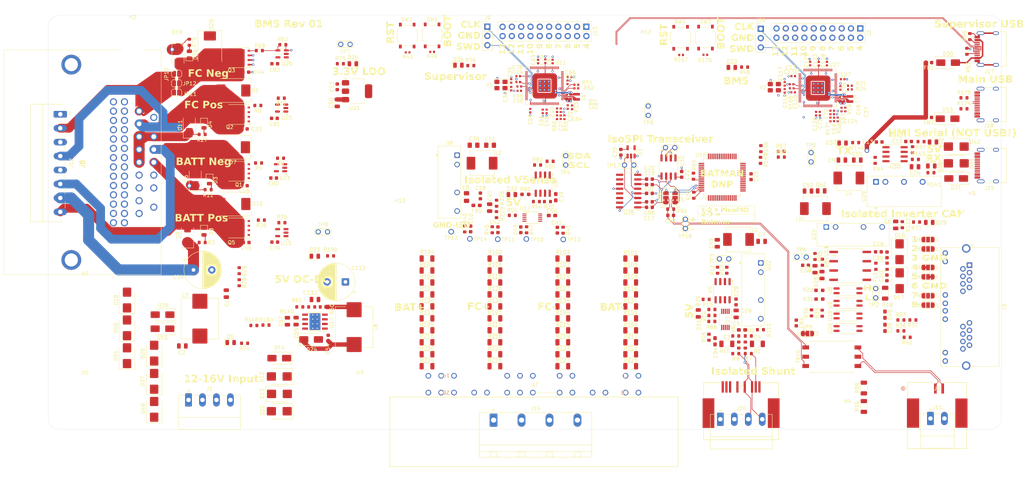
<source format=kicad_pcb>
(kicad_pcb (version 20241229) (generator "pcbnew") (generator_version "9.0")
  (layers (0 "F.Cu" signal) (4 "In1.Cu" power) (6 "In2.Cu" mixed) (2 "B.Cu" signal) (13 "F.Paste" user) (15 "B.Paste" user) (5 "F.SilkS" user "F.Silkscreen") (7 "B.SilkS" user "B.Silkscreen") (1 "F.Mask" user) (3 "B.Mask" user) (25 "Edge.Cuts" user))
  (net 0 "")
  (net 1 "Net-(C4-Pad1)")
  (net 2 "Net-(U3-Vin+)")
  (net 3 "Net-(U3-Vin-)")
  (net 4 "+3.3V")
  (net 5 "GND_VSens")
  (net 6 "Net-(U12-AIN0)")
  (net 7 "+5V")
  (net 8 "GND CAN")
  (net 9 "Net-(C26-Pad1)")
  (net 10 "Net-(C40-Pad2)")
  (net 11 "Net-(U12-AIN1)")
  (net 12 "Net-(U12-AIN2)")
  (net 13 "Net-(U12-AIN3)")
  (net 14 "C Neg (GND)")
  (net 15 "C Pos (GND)")
  (net 16 "V_{in}")
  (net 17 "Net-(D3-A)")
  (net 18 "Net-(D4-A)")
  (net 19 "Net-(D8-A)")
  (net 20 "Net-(D19-A)")
  (net 21 "Net-(C26-Pad2)")
  (net 22 "Net-(Q1-G)")
  (net 23 "Net-(Q2-G)")
  (net 24 "Net-(Q3-G)")
  (net 25 "Neg")
  (net 26 "Net-(U3-SCL)")
  (net 27 "Net-(U3-SDA)")
  (net 28 "Pos")
  (net 29 "Link Positive")
  (net 30 "Net-(U12-SDA)")
  (net 31 "Net-(U12-SCL)")
  (net 32 "Link Negative")
  (net 33 "Batt Positive")
  (net 34 "Batt Negative")
  (net 35 "BatSPI_MISO")
  (net 36 "IsoSPI+")
  (net 37 "IsoSPI-")
  (net 38 "BatSPI_EN")
  (net 39 "CAN Tx")
  (net 40 "CAN Rx")
  (net 41 "BatSPI_CS")
  (net 42 "BatSPI_SCK")
  (net 53 "Net-(C3-Pad2)")
  (net 54 "Net-(U12-ALERT{slash}RDY)")
  (net 55 "Net-(U3-~{Alert})")
  (net 57 "Shunt NTC -")
  (net 112 "V_{Contactor}")
  (net 113 "Net-(U6-+Vin)")
  (net 114 "C FC-Neg (GND)")
  (net 115 "C FC-Pos (GND)")
  (net 116 "Net-(D2-A)")
  (net 117 "Net-(D5-A)")
  (net 118 "Net-(D26-A)")
  (net 119 "Net-(D28-A)")
  (net 120 "Net-(D29-A)")
  (net 121 "Net-(D31-A)")
  (net 122 "Net-(D32-A)")
  (net 123 "Net-(C40-Pad1)")
  (net 125 "FC-Pos")
  (net 126 "FC-Neg")
  (net 127 "+3V3")
  (net 128 "Net-(U29-+Vin)")
  (net 129 "Net-(D37-A)")
  (net 130 "Net-(D38-A)")
  (net 131 "Net-(D40-A)")
  (net 132 "GND_RS")
  (net 133 "/USB_D-")
  (net 134 "RS232 Rx")
  (net 135 "RS232 Tx")
  (net 136 "/USB_D+")
  (net 137 "/GPIO14")
  (net 138 "/GPIO10")
  (net 139 "Net-(J3-Pad18)")
  (net 140 "/GPIO8")
  (net 141 "/GPIO9")
  (net 142 "/GPIO7")
  (net 143 "/CAN H")
  (net 144 "/CAN L")
  (net 145 "Net-(U13-CANL)")
  (net 146 "Net-(U13-CANH)")
  (net 147 "Net-(U17-BOOT)")
  (net 148 "Net-(U17-VSENSE)")
  (net 149 "Net-(R149-Pad1)")
  (net 150 "Net-(C10-Pad1)")
  (net 151 "/GPIO44_ADC4")
  (net 152 "/GPIO47_ADC7")
  (net 153 "/GPIO46_ADC6")
  (net 154 "Net-(J3-Pad17)")
  (net 155 "MUC1-MCU2 TX-RX")
  (net 156 "Net-(D18-A1)")
  (net 157 "Net-(D20-A1)")
  (net 158 "Net-(D23-A)")
  (net 159 "Net-(D27-A1)")
  (net 160 "Net-(D50-A1)")
  (net 161 "Batman IsoSPI-")
  (net 162 "Batman IsoSPI+")
  (net 163 "Net-(Q5-G)")
  (net 166 "Net-(JP9-A)")
  (net 167 "Net-(U28-1A)")
  (net 168 "Net-(JP7-A)")
  (net 169 "Net-(U28-1B)")
  (net 170 "Net-(JP8-A)")
  (net 171 "Net-(U28-2A)")
  (net 172 "Net-(U28-2B)")
  (net 173 "Net-(D21-K)")
  (net 174 "Net-(D53-A)")
  (net 175 "Net-(D53-K)")
  (net 176 "Net-(JP9-C)")
  (net 178 "Net-(TR10-C_TX)")
  (net 179 "Net-(R98-Pad1)")
  (net 180 "Net-(R100-Pad2)")
  (net 181 "Net-(R101-Pad2)")
  (net 182 "Net-(R102-Pad2)")
  (net 183 "Net-(R103-Pad2)")
  (net 184 "Net-(R104-Pad2)")
  (net 185 "Net-(R105-Pad2)")
  (net 186 "Net-(R106-Pad2)")
  (net 187 "Net-(R107-Pad2)")
  (net 188 "Net-(R108-Pad2)")
  (net 189 "Net-(R109-Pad2)")
  (net 190 "Net-(R110-Pad2)")
  (net 191 "Net-(R114-Pad2)")
  (net 192 "Net-(R115-Pad2)")
  (net 193 "Net-(R116-Pad2)")
  (net 194 "Net-(R126-Pad2)")
  (net 195 "Net-(R127-Pad2)")
  (net 196 "Net-(R130-Pad2)")
  (net 197 "Net-(R131-Pad2)")
  (net 198 "Net-(R134-Pad2)")
  (net 199 "Net-(R135-Pad2)")
  (net 200 "Net-(R153-Pad2)")
  (net 201 "Net-(R155-Pad2)")
  (net 202 "Net-(R193-Pad2)")
  (net 203 "Net-(R194-Pad2)")
  (net 204 "Net-(R195-Pad2)")
  (net 205 "Net-(R196-Pad2)")
  (net 206 "Net-(R214-Pad2)")
  (net 207 "Net-(R215-Pad2)")
  (net 208 "Net-(R216-Pad2)")
  (net 209 "Net-(R217-Pad2)")
  (net 210 "Net-(R218-Pad2)")
  (net 211 "Net-(R219-Pad2)")
  (net 212 "Net-(R220-Pad2)")
  (net 213 "Net-(R221-Pad2)")
  (net 214 "Net-(R222-Pad2)")
  (net 215 "Net-(R223-Pad2)")
  (net 223 "/CAN 5V")
  (net 224 "/Serial API TX")
  (net 225 "/Serial API RX")
  (net 226 "/Serial API 5V")
  (net 227 "/HV Sense 5V")
  (net 229 "Net-(D12-A1)")
  (net 230 "Net-(D13-A1)")
  (net 231 "/Logic_Input")
  (net 232 "/Contactor_Input")
  (net 234 "MUC2-MCU1 TX-RX")
  (net 237 "Net-(J3-Pad15)")
  (net 238 "Net-(J3-Pad16)")
  (net 239 "Net-(R30-Pad2)")
  (net 240 "Net-(R30-Pad1)")
  (net 242 "Net-(R38-Pad1)")
  (net 243 "Net-(J3-Pad22)")
  (net 244 "Net-(J3-Pad24)")
  (net 245 "Net-(JP1-C)")
  (net 246 "Net-(JP2-C)")
  (net 247 "Net-(J3-Pad14)")
  (net 248 "Emergency Stop")
  (net 249 "Extra Input")
  (net 250 "Net-(R39-Pad1)")
  (net 251 "Net-(U22-+Vin)")
  (net 253 "C_En")
  (net 254 "Net-(JP5-C)")
  (net 255 "Net-(JP6-C)")
  (net 256 "Net-(JP4-C)")
  (net 257 "Net-(JP3-C)")
  (net 258 "Net-(R25-Pad2)")
  (net 259 "Net-(C36-Pad1)")
  (net 260 "Net-(U11-ADC_AVDD)")
  (net 261 "Net-(D30-A)")
  (net 262 "Net-(D30-K)")
  (net 263 "Net-(R49-Pad2)")
  (net 264 "Net-(U11-USB_DP)")
  (net 265 "Net-(U11-USB_DM)")
  (net 266 "/XIN_2")
  (net 267 "+1V1_2")
  (net 268 "/SWD_2")
  (net 269 "/SWCLK_2")
  (net 270 "/XOUT_2")
  (net 271 "/USB2_D+")
  (net 272 "/USB2_D-")
  (net 273 "/RUN_2")
  (net 277 "Net-(U6-+Vout)")
  (net 281 "Net-(U24-+Vin)")
  (net 284 "GND")
  (net 285 "/V_cont1")
  (net 286 "/PH")
  (net 291 "Net-(J17-CC2)")
  (net 292 "Net-(J17-CC1)")
  (net 296 "Net-(J18-CC2)")
  (net 297 "Net-(J18-CC1)")
  (net 299 "/iso+")
  (net 300 "/iso-")
  (net 301 "/VREG2_AVDD")
  (net 302 "/QSPI2_SS")
  (net 303 "/QSPI2_SD2")
  (net 304 "/QSPI2_SD3")
  (net 305 "/QSPI2_SD0")
  (net 306 "/QSPI2_SD1")
  (net 307 "/QSPI2_SCLK")
  (net 308 "/VREG2_LX")
  (net 309 "+1V1")
  (net 310 "Net-(D34-A)")
  (net 311 "Net-(R43-Pad2)")
  (net 312 "I2C SCL Shunt")
  (net 313 "I2C SDA Shunt")
  (net 314 "I2C SCL Vsense")
  (net 315 "I2C SDA Vsense")
  (net 316 "/MCU2_GPIO2")
  (net 317 "/MCU2_GPIO3")
  (net 318 "/MCU2_GPIO25")
  (net 319 "/MCU2_GPIO11")
  (net 320 "/MCU2_GPIO17")
  (net 321 "/MCU2_GPIO24")
  (net 322 "/MCU2_GPIO7")
  (net 323 "/MCU2_GPIO6")
  (net 324 "/MCU2_GPIO15")
  (net 325 "/MCU2_GPIO18")
  (net 326 "/MCU2_GPIO16")
  (net 327 "/MCU2_GPIO4")
  (net 328 "/MCU2_GPIO23")
  (net 329 "/MCU2_GPIO19")
  (net 330 "/MCU2_GPIO10")
  (net 331 "/MCU2_GPIO12")
  (net 332 "/MCU2_GPIO8")
  (net 333 "/MCU2_GPIO21")
  (net 334 "/MCU2_GPIO22")
  (net 335 "/MCU2_GPIO1")
  (net 336 "/MCU2_GPIO20")
  (net 337 "/MCU2_GPIO13")
  (net 338 "/MCU2_GPIO9")
  (net 339 "/MCU2_GPIO14")
  (net 340 "/MCU2_GPIO5")
  (net 341 "Net-(R4-Pad2)")
  (net 342 "Net-(R17-Pad2)")
  (net 343 "Net-(R62-Pad2)")
  (net 344 "Shunt NTC +")
  (net 345 "Shunt Midpoint")
  (net 346 "Shunt Sense +")
  (net 347 "Shunt Passive +")
  (net 348 "Shunt Sense -")
  (net 349 "Shunt_5V")
  (net 350 "/MCU2_GPIO36")
  (net 351 "/MCU2_GPIO39")
  (net 352 "/MCU2_GPIO30")
  (net 353 "/MCU2_GPIO38")
  (net 354 "/MCU2_GPIO31")
  (net 355 "/MCU2_GPIO29")
  (net 356 "/MCU2_GPIO26")
  (net 357 "/MCU2_GPIO35")
  (net 358 "/MCU2_GPIO37")
  (net 359 "/MCU2_GPIO32")
  (net 360 "FC Positive")
  (net 361 "FC Negative")
  (net 362 "/FC-Neg-Jumper")
  (net 363 "/VREG_AVDD")
  (net 364 "Net-(C69-Pad1)")
  (net 365 "Net-(U27-ADC_AVDD)")
  (net 366 "/XIN")
  (net 367 "Net-(C118-Pad1)")
  (net 368 "Net-(D33-A)")
  (net 369 "Net-(C27-Pad1)")
  (net 370 "/SWCLK")
  (net 371 "/SWD")
  (net 372 "/VREG_LX")
  (net 373 "Net-(U27-USB_DP)")
  (net 374 "Net-(U27-USB_DM)")
  (net 375 "/GPIO25")
  (net 376 "/GPIO45_ADC5")
  (net 377 "Net-(U27-RUN)")
  (net 378 "/RUN")
  (net 379 "/XOUT")
  (net 380 "/QSPI_SS")
  (net 381 "Net-(R170-Pad2)")
  (net 382 "/GPIO23")
  (net 383 "/GPIO20")
  (net 384 "/QSPI_SD1")
  (net 385 "/GPIO26")
  (net 386 "/GPIO40_ADC0")
  (net 387 "/GPIO5")
  (net 388 "/GPIO4")
  (net 389 "/GPIO21")
  (net 390 "/GPIO30")
  (net 391 "/GPIO41_ADC1")
  (net 392 "/QSPI_SD3")
  (net 393 "/GPIO15")
  (net 394 "/GPIO3")
  (net 395 "/GPIO16")
  (net 396 "/GPIO1")
  (net 397 "/GPIO11")
  (net 398 "/GPIO22")
  (net 399 "/GPIO13")
  (net 400 "/GPIO31")
  (net 401 "/QSPI_SCLK")
  (net 402 "/GPIO12")
  (net 403 "/GPIO6")
  (net 404 "/GPIO18")
  (net 405 "/GPIO29")
  (net 406 "/GPIO19")
  (net 407 "/GPIO17")
  (net 408 "/QSPI_SD2")
  (net 409 "/QSPI_SD0")
  (net 410 "BatSPI_MOSI")
  (net 411 "/GPIO42_ADC2")
  (net 412 "/GPIO43_ADC3")
  (net 413 "/GPIO24")
  (net 414 "/GPIO32")
  (net 415 "/GPIO2")
  (footprint "Resistor_SMD:R_0603_1608Metric" (layer "F.Cu") (at 350.275 233.7 180)
    (property "Reference" "R56")
    (property "Value" "10k")
  )
  (footprint "Resistor_SMD:R_1206_3216Metric" (layer "F.Cu") (at 356.85 296.19)
    (property "Reference" "R126")
    (property "Value" "1M")
  )
  (footprint "Resistor_SMD:R_1206_3216Metric" (layer "F.Cu") (at 375.369999 309.256667)
    (property "Reference" "R219")
    (property "Value" "1M")
  )
  (footprint "Resistor_SMD:R_0603_1608Metric" (layer "F.Cu") (at 357.28 274.395 -90)
    (property "Reference" "R229")
    (property "Value" "220r")
  )
  (footprint "Capacitor_SMD:C_0603_1608Metric" (layer "F.Cu") (at 350.23 278.295 -90)
    (property "Reference" "C10")
    (property "Value" "100nf")
  )
  (footprint "Resistor_SMD:R_1206_3216Metric" (layer "F.Cu") (at 393.89 292.923331 180)
    (property "Reference" "R109")
    (property "Value" "1M")
  )
  (footprint "Resistor_SMD:R_0603_1608Metric" (layer "F.Cu") (at 446.12 301.31 90)
    (property "Reference" "R39")
    (property "Value" "1.8k")
  )
  (footprint "Converter_DCDC:Converter_DCDC_TRACO_TEA1-xxxxHI_THT" (layer "F.Cu") (at 346.54 258.18)
    (property "Reference" "U6")
    (property "Value" "F0505S-1WR3")
  )
  (footprint "Capacitor_SMD:C_0603_1608Metric" (layer "F.Cu") (at 463.81 285.39 -90)
    (property "Reference" "C30")
    (property "Value" "100pF")
  )
  (footprint "Capacitor_SMD:C_0603_1608Metric" (layer "F.Cu") (at 422.62 298.24 -90)
    (property "Reference" "C28")
    (property "Value" "100nF")
  )
  (footprint "LED_SMD:LED_0805_2012Metric" (layer "F.Cu") (at 421.473333 234.2035)
    (property "Reference" "D33")
    (property "Value" "Red")
  )
  (footprint "Resistor_SMD:R_0603_1608Metric" (layer "F.Cu") (at 357.31 271.285 -90)
    (property "Reference" "R228")
    (property "Value" "220r")
  )
  (footprint "bms:TestPoint_2Pads_Pitch2.54mm_Drill0.9mm" (layer "F.Cu") (at 308.65 279.1)
    (property "Reference" "TP8")
    (property "Value" "TestPoint_2Pole")
  )
  (footprint "Capacitor_SMD:C_0805_2012Metric" (layer "F.Cu") (at 417.505 282.22 90)
    (property "Reference" "C49")
    (property "Value" "22uF")
  )
  (footprint "Resistor_SMD:R_0603_1608Metric" (layer "F.Cu") (at 371.91 259.84 180)
    (property "Reference" "R85")
    (property "Value" "5.1k")
  )
  (footprint "Jumper:SolderJumper-3_P1.3mm_Bridged12_RoundedPad1.0x1.5mm_NumberLabels" (layer "F.Cu") (at 406 269.8 90)
    (property "Reference" "JP7")
    (property "Value" "SolderJumper_3_Bridged12")
  )
  (footprint "Capacitor_SMD:C_0603_1608Metric" (layer "F.Cu") (at 289 282 180)
    (property "Reference" "C45")
    (property "Value" "100nF")
  )
  (footprint "Resistor_SMD:R_1206_3216Metric" (layer "F.Cu") (at 356.85 312.523333 180)
    (property "Reference" "R222")
    (property "Value" "1M")
  )
  (footprint "Resistor_SMD:R_0603_1608Metric" (layer "F.Cu") (at 293.14 275.9 180)
    (property "Reference" "R26")
    (property "Value" "100R")
  )
  (footprint "Package_DFN_QFN:AO_DFN-8-1EP_5.55x5.2mm_P1.27mm_EP4.12x4.6mm" (layer "F.Cu") (at 286.98 278.05 180)
    (property "Reference" "Q5")
    (property "Value" "CRSM034N06L2")
  )
  (footprint "Capacitor_SMD:C_0603_1608Metric" (layer "F.Cu") (at 352.89 269.29 -90)
    (property "Reference" "C18")
    (property "Value" "1uF")
  )
  (footprint "Capacitor_SMD:C_0603_1608Metric" (layer "F.Cu") (at 363.91 278.545 90)
    (property "Reference" "C43")
    (property "Value" "100nf")
  )
  (footprint "Connector_PinHeader_2.54mm:PinHeader_1x03_P2.54mm_Vertical" (layer "F.Cu") (at 354.8 223.06)
    (property "Reference" "J9")
    (property "Value" "Conn_01x03")
  )
  (footprint "Capacitor_SMD:C_0603_1608Metric_Pad1.08x0.95mm_HandSolder" (layer "F.Cu") (at 416.89 308.98 90)
    (property "Reference" "C94")
    (property "Value" "100nf")
  )
  (footprint "Package_TO_SOT_SMD:SOT-23-5" (layer "F.Cu") (at 298.7275 279.32 180)
    (property "Reference" "U15")
    (property "Value" "SN74LV1T08DBVR")
  )
  (footprint "Diode_SMD:D_SMB" (layer "F.Cu") (at 256.5 305.32 90)
    (property "Reference" "D50")
    (property "Value" "SMB6.8CA")
  )
  (footprint "Resistor_SMD:R_0603_1608Metric" (layer "F.Cu") (at 429.3 259.575 -90)
    (property "Reference" "R140")
    (property "Value" "10k")
  )
  (footprint "LED_SMD:LED_0805_2012Metric" (layer "F.Cu") (at 284.77 309.33)
    (property "Reference" "D5")
    (property "Value" "White")
  )
  (footprint "Capacitor_SMD:C_0805_2012Metric" (layer "F.Cu") (at 283.58 295.98 -90)
    (property "Reference" "C1")
    (property "Value" "10uF")
  )
  (footprint "Package_SO:SSOP-4_4.4x2.6mm_P1.27mm" (layer "F.Cu") (at 453.17 302.07)
    (property "Reference" "U10")
    (property "Value" "LTV-217-B-G")
  )
  (footprint "Resistor_SMD:R_0603_1608Metric" (layer "F.Cu") (at 434.98 258.68)
    (property "Reference" "R66")
    (property "Value" "10k")
  )
  (footprint "Capacitor_SMD:C_0603_1608Metric" (layer "F.Cu") (at 357.68 278.535 -90)
    (property "Reference" "C42")
    (property "Value" "100nf")
  )
  (footprint "Resistor_SMD:R_0603_1608Metric" (layer "F.Cu") (at 467.98 277.15 90)
    (property "Reference" "R112")
    (property "Value" "510r")
  )
  (footprint "Capacitor_SMD:C_0402_1005Metric" (layer "F.Cu") (at 451.4 245.7 -90)
    (property "Reference" "C61")
    (property "Value" "4.7u")
  )
  (footprint "Capacitor_SMD:C_0805_2012Metric" (layer "F.Cu") (at 302.615323 303.475 -90)
    (property "Reference" "C55")
    (property "Value" "10uF")
  )
  (footprint "Capacitor_SMD:C_0603_1608Metric" (layer "F.Cu") (at 475.21 232.88 180)
    (property "Reference" "FB1")
    (property "Value" "120Ω@100MHz")
  )
  (footprint "Resistor_SMD:R_1206_3216Metric" (layer "F.Cu") (at 375.369999 296.19)
    (property "Reference" "R127")
    (property "Value" "1M")
  )
  (footprint "Resistor_SMD:R_1206_3216Metric" (layer "F.Cu") (at 338.33 296.190001)
    (property "Reference" "R115")
    (property "Value" "1M")
  )
  (footprint "Capacitor_SMD:C_0603_1608Metric_Pad1.08x0.95mm_HandSolder" (layer "F.Cu") (at 463.25 305.32 -90)
    (property "Reference" "C26")
    (property "Value" "1uF")
  )
  (footprint "Resistor_SMD:R_0603_1608Metric" (layer "F.Cu") (at 292.6 229.6 180)
    (property "Reference" "R69")
    (property "Value" "100R")
  )
  (footprint "Jumper:SolderJumper-3_P1.3mm_Open_RoundedPad1.0x1.5mm_NumberLabels" (layer "F.Cu") (at 475 299.11 180)
    (property "Reference" "JP3" (hide yes))
    (property "Value" "SolderJumper_3_Open")
  )
  (footprint "Resistor_SMD:R_0603_1608Metric" (layer "F.Cu") (at 277 282)
    (property "Reference" "R3")
    (property "Value" "24k")
  )
  (footprint "Diode_SMD:D_SMB" (layer "F.Cu") (at 467.26 292.4518 -90)
    (property "Reference" "D17")
    (property "Value" "SMB6.8CA")
  )
  (footprint "Resistor_SMD:R_0603_1608Metric" (layer "F.Cu") (at 425.9745 312.356 180)
    (property "Reference" "R7")
    (property "Value" "510r")
  )
  (footprint "BMS_Library:S44BRAD1AK" (layer "F.Cu") (at 252.8 276.62 -90)
    (property "Reference" "J8")
    (property "Value" "OEM Connector" (hide yes))
  )
  (footprint "Resistor_SMD:R_1206_3216Metric" (layer "F.Cu") (at 356.85 289.656667)
    (property "Reference" "R106")
    (property "Value" "1M")
  )
  (footprint "Resistor_SMD:R_1206_3216Metric" (layer "F.Cu") (at 356.85 315.79)
    (property "Reference" "R226")
    (property "Value" "1M")
  )
  (footprint "Connector_USB:USB_C_Receptacle_HRO_TYPE-C-31-M-12" (layer "F.Cu") (at 492.45 244.32 90)
    (property "Reference" "J18")
    (property "Value" "USB_C_Receptacle_USB2.0_16P")
  )
  (footprint "Resistor_SMD:R_0603_1608Metric" (layer "F.Cu") (at 278.63 267.58)
    (property "Reference" "R11")
    (property "Value" "24k")
  )
  (footprint "Capacitor_SMD:C_0402_1005Metric" (layer "F.Cu") (at 366.5 246 -90)
    (property "Reference" "C59")
    (property "Value" "100n")
  )
  (footprint "Resistor_SMD:R_0603_1608Metric" (layer "F.Cu") (at 444.16 285.825 -90)
    (property "Reference" "R83")
    (property "Value" "10k")
  )
  (footprint "Resistor_SMD:R_0402_1005Metric" (layer "F.Cu") (at 339.73 229.96 180)
    (property "Reference" "R49")
    (property "Value" "1k")
  )
  (footprint "Resistor_SMD:R_0603_1608Metric" (layer "F.Cu") (at 287.1 289.7 90)
    (property "Reference" "R29")
    (property "Value" "10k")
  )
  (footprint "BMS_Library:TestPoint_THTPad_D1.5mm_Drill1.0mm" (layer "F.Cu") (at 344.93 279.07)
    (property "Reference" "TP12")
    (property "Value" "TP")
  )
  (footprint "Package_SO:SOP-8_6.62x9.15mm_P2.54mm" (layer "F.Cu") (at 453.77 288.3918)
    (property "Reference" "U13")
    (property "Value" "ISO1050DUB")
  )
  (footprint "Capacitor_SMD:C_0603_1608Metric" (layer "F.Cu") (at 311.378323 308.113 90)
    (property "Reference" "C54")
    (property "Value" "100nF")
  )
  (footprint "Diode_SMD:D_SMB" (layer "F.Cu") (at 263.9 319.92 90)
    (property "Reference" "D27")
    (property "Value" "SMB6.8CA")
  )
  (footprint "Package_DFN_QFN:AO_DFN-8-1EP_5.55x5.2mm_P1.27mm_EP4.12x4.6mm" (layer "F.Cu") (at 286.98 262.55 180)
    (property "Reference" "Q1")
    (property "Value" "CRSM034N06L2")
  )
  (footprint "Connector_RJ:RJ45_Amphenol_RJHSE538X-02" (layer "F.Cu") (at 486.3 288.204 -90)
    (property "Reference" "J3")
    (property "Value" "8P8C_LED_Shielded_x2")
  )
  (footprint "Resistor_SMD:R_0603_1608Metric" (layer "F.Cu") (at 416.05 301.93)
    (property "Reference" "R14")
    (property "Value" "5.1k")
  )
  (footprint "Diode_SMD:D_SMA" (layer "F.Cu") (at 482.66 264.52 180)
    (property "Reference" "D21")
    (property "Value" "SS54")
  )
  (footprint "Resistor_SMD:R_0603_1608Metric" (layer "F.Cu") (at 273.5 227.325 -90)
    (property "Reference" "R70")
    (property "Value" "24k")
  )
  (footprint "Resistor_SMD:R_1206_3216Metric" (layer "F.Cu") (at 393.89 289.656667)
    (property "Reference" "R105")
    (property "Value" "1M")
  )
  (footprint "Capacitor_SMD:C_0805_2012Metric" (layer "F.Cu") (at 313.84 243.9 90)
    (property "Reference" "C50")
    (property "Value" "22uF")
  )
  (footprint "Resistor_SMD:R_1206_3216Metric" (layer "F.Cu") (at 375.369999 289.656667)
    (property "Reference" "R107")
    (property "Value" "1M")
  )
  (footprint "Capacitor_SMD:C_0402_1005Metric" (layer "F.Cu") (at 437.773333 238.8035 180)
    (property "Reference" "C130")
    (property "Value" "100n")
  )
  (footprint "LED_SMD:LED_0805_2012Metric" (layer "F.Cu") (at 279 265 -90)
    (property "Reference" "D3")
    (property "Value" "Green")
  )
  (footprint "Resistor_SMD:R_0603_1608Metric" (layer "F.Cu") (at 455.26 254.73 180)
    (property "Reference" "R144")
    (property "Value" "10k")
  )
  (footprint "Capacitor_SMD:C_0402_1005Metric" (layer "F.Cu") (at 447.43 233.16 90)
    (property "Reference" "C128")
    (property "Value" "100n")
  )
  (footprint "Capacitor_SMD:C_0603_1608Metric" (layer "F.Cu") (at 399 272.4 180)
    (property "Reference" "C17")
    (property "Value" "1uF")
  )
  (footprint "Capacitor_SMD:C_0402_1005Metric" (layer "F.Cu") (at 368.6 232.6 90)
    (property "Reference" "C63")
    (property "Value" "100n")
  )
  (footprint "Capacitor_SMD:C_0805_2012Metric" (layer "F.Cu") (at 307.77 297.58)
    (property "Reference" "C132")
    (property "Value" "22uF")
  )
  (footprint "Connector_USB:USB_C_Receptacle_HRO_TYPE-C-31-M-12" (layer "F.Cu") (at 492.45 229.18 90)
    (property "Reference" "J17")
    (property "Value" "USB_C_Receptacle_USB2.0_16P")
  )
  (footprint "Capacitor_SMD:C_0603_1608Metric" (layer "F.Cu") (at 399 268.6)
    (property "Reference" "C21")
    (property "Value" "100nF")
  )
  (footprint "Capacitor_SMD:C_0603_1608Metric" (layer "F.Cu") (at 399 270.9 180)
    (property "Reference" "C86")
    (property "Value" "1uF")
  )
  (footprint "Resistor_SMD:R_0603_1608Metric" (layer "F.Cu") (at 484.8 242.5)
    (property "Reference" "R175")
    (property "Value" "5.1k")
  )
  (footprint "Resistor_SMD:R_0603_1608Metric" (layer "F.Cu") (at 298.58 242.6 180)
    (property "Reference" "R17")
    (property "Value" "100k")
  )
  (footprint "Resistor_SMD:R_0603_1608Metric" (layer "F.Cu") (at 375.45 278.645 -90)
    (property "Reference" "R41")
    (property "Value" "24k")
  )
  (footprint "Package_TO_SOT_SMD:SOT-23-5" (layer "F.Cu") (at 298.8 230.5 180)
    (property "Reference" "U26")
    (property "Value" "SN74LV1T08DBVR")
  )
  (footprint "Diode_SMD:D_SMA" (layer "F.Cu") (at 298.03 313.59 180)
    (property "Reference" "D14")
    (property "Value" "SS54")
  )
  (footprint "Resistor_SMD:R_0603_1608Metric" (layer "F.Cu") (at 415.24 307.88 90)
    (property "Reference" "R16")
    (property "Value" "10k")
  )
  (footprint "Resistor_SMD:R_0603_1608Metric" (layer "F.Cu") (at 416.04 300.29)
    (property "Reference" "R15")
    (property "Value" "5.1k")
  )
  (footprint "Resistor_SMD:R_1206_3216Metric" (layer "F.Cu") (at 338.33 286.390001 180)
    (property "Reference" "R100")
    (property "Value" "1M")
  )
  (footprint "Diode_SMD:D_SMB" (layer "F.Cu") (at 298.03 328.08 180)
    (property "Reference" "D22")
    (property "Value" "SMB6.8CA")
  )
  (footprint "Package_SO:TI_SO-PowerPAD-8_ThermalVias" (layer "F.Cu") (at 307.759323 303.619 180)
    (property "Reference" "U17")
    (property "Value" "TPS5430DDAR")
  )
  (footprint "Resistor_SMD:R_0603_1608Metric" (layer "F.Cu") (at 365.49 278.545 -90)
    (property "Reference" "R47")
    (property "Value" "24k")
  )
  (footprint "bms:TestPoint_2Pads_Pitch2.54mm_Drill0.9mm" (layer "F.Cu") (at 398.67 244.75 -90)
    (property "Reference" "TP9")
    (property "Value" "TestPoint_2Pole")
  )
  (footprint "Resistor_SMD:R_1206_3216Metric" (layer "F.Cu") (at 356.85 292.923333 180)
    (property "Reference" "R110")
    (property "Value" "1M")
  )
  (footprint "bms:TestPoint_2Pads_Pitch2.54mm_Drill0.9mm" (layer "F.Cu") (at 376.165 258.32 -90)
    (property "Reference" "TP4")
    (property "Value" "TestPoint_2Pole")
  )
  (footprint "Resistor_SMD:R_1206_3216Metric" (layer "F.Cu") (at 393.89 286.389999 180)
    (property "Reference" "R101")
    (property "Value" "1M")
  )
  (footprint "Capacitor_SMD:C_0603_1608Metric" (layer "F.Cu") (at 288.5 266.5 180)
    (property "Reference" "C15")
    (property "Value" "100nF")
  )
  (footprint "Connector_PinHeader_2.54mm:PinHeader_2x10_P2.54mm_Vertical" (layer "F.Cu") (at 456.52 223.56 -90)
    (property "Reference" "J2")
    (property "Value" "Conn_02x10_Odd_Even")
  )
  (footprint "Capacitor_SMD:C_0603_1608Metric" (layer "F.Cu") (at 407.8 263.4 -90)
    (property "Reference" "C22")
    (property "Value" "100nF")
  )
  (footprint "Diode_SMD:D_SMB" (layer "F.Cu") (at 263.9 327.57 90)
    (property "Reference" "D49")
    (property "Value" "SMB6.8CA")
  )
  (footprint "LED_SMD:LED_0805_2012Metric" (layer "F.Cu") (at 273.5 230.725 90)
    (property "Reference" "D19")
    (property "Value" "Green")
  )
  (footprint "MountingHole:MountingHole_6.5mm" (layer "F.Cu") (at 320 325)
    (property "Reference" "H3")
    (property "Value" "MountingHole_Pad")
  )
  (footprint "Capacitor_SMD:C_0603_1608Metric" (layer "F.Cu") (at 391.2 257.3625 -90)
    (property "Reference" "C25")
    (property "Value" "100nF")
  )
  (footprint "LED_SMD:LED_0805_2012Metric" (layer "F.Cu") (at 277.5 279 -90)
    (property "Reference" "D8")
    (property "Value" "Green")
  )
  (footprint "MountingHole:MountingHole_6.5mm" (layer "F.Cu") (at 245 298)
    (property "Reference" "H7")
    (property "Value" "MountingHole_Pad")
  )
  (footprint "Inductor_SMD:L_Changjiang_FXL1040" (layer "F.Cu") (at 318.451323 305.119 -90)
    (property "Reference" "L8")
    (property "Value" "22uh 5.5A")
  )
  (footprint "Resistor_SMD:R_0402_1005Metric" (layer "F.Cu") (at 379.06 239.92 180)
    (property "Reference" "R52")
    (property "Value" "22R")
  )
  (footprint "Package_DFN_QFN:AO_DFN-8-1EP_5.55x5.2mm_P1.27mm_EP4.12x4.6mm" (layer "F.Cu") (at 286.98 231.55 180)
    (property "Reference" "Q3")
    (property "Value" "CRSM034N06L2")
  )
  (footprint "Capacitor_SMD:C_0402_1005Metric" (layer "F.Cu") (at 438.2 241 180)
    (property "Reference" "C120")
    (property "Value" "100n")
  )
  (footprint "Connector_USB:USB_C_Receptacle_HRO_TYPE-C-31-M-12" (layer "F.Cu") (at 492.5 261 90)
    (property "Reference" "J15")
    (property "Value" "USB_C_Receptacle_USB2.0_16P")
  )
  (footprint "Capacitor_SMD:C_0603_1608Metric" (layer "F.Cu") (at 373.88 278.645 90)
    (property "Reference" "C41")
    (property "Value" "100nf")
  )
  (footprint "Capacitor_SMD:C_0805_2012Metric" (layer "F.Cu") (at 429.6 281.7 180)
    (property "Reference" "C7")
    (property "Value" "22uF")
  )
  (footprint "Resistor_SMD:R_0603_1608Metric" (layer "F.Cu") (at 303.631323 299.604 180)
    (property "Reference" "R149")
    (property "Value" "220r")
  )
  (footprint "Capacitor_SMD:C_0402_1005Metric" (layer "F.Cu") (at 377.13 236.81)
    (property "Reference" "C66")
    (property "Value" "100n")
  )
  (footprint "Resistor_SMD:R_1206_3216Metric" (layer "F.Cu") (at 375.369999 302.723333)
    (property "Reference" "R194")
    (property "Value" "1M")
  )
  (footprint "Diode_SMD:D_SMB" (layer "F.Cu") (at 256.5 297.72 90)
    (property "Reference" "D18")
    (property "Value" "SMB6.8CA")
  )
  (footprint "Capacitor_SMD:C_0603_1608Metric" (layer "F.Cu") (at 469.69 254.42 180)
    (property "Reference" "C12")
    (property "Value" "100nF")
  )
  (footprint "Resistor_SMD:R_0603_1608Metric" (layer "F.Cu") (at 411.1 269.1 90)
    (property "Reference" "R30")
    (property "Value" "100r")
  )
  (footprint "Resistor_SMD:R_0603_1608Metric" (layer "F.Cu") (at 429.28 305.82 180)
    (property "Reference" "R111")
    (property "Value" "510r")
  )
  (footprint "Capacitor_SMD:C_0603_1608Metric" (layer "F.Cu") (at 463.78 291.675 -90)
    (property "Reference" "C31")
    (property "Value" "100pF")
  )
  (footprint "Resistor_SMD:R_0603_1608Metric" (layer "F.Cu") (at 434.9 257.1)
    (property "Reference" "R67")
    (property "Value" "10k")
  )
  (footprint "Jumper:SolderJumper-3_P1.3mm_Open_RoundedPad1.0x1.5mm_NumberLabels" (layer "F.Cu") (at 475 296.55 180)
    (property "Reference" "JP4" (hide yes))
    (property "Value" "SolderJumper_3_Open")
  )
  (footprint "Capacitor_SMD:C_0402_1005Metric" (layer "F.Cu") (at 372.6 232.58 90)
    (property "Reference" "C67")
    (property "Value" "100n")
  )
  (footprint "Resistor_SMD:R_0603_1608Metric" (layer "F.Cu") (at 429.4 256.375 -90)
    (property "Reference" "R146")
    (property "Value" "24k")
  )
  (footprint "Resistor_SMD:R_1206_3216Metric" (layer "F.Cu") (at 393.89 296.189999)
    (property "Reference" "R116")
    (property "Value" "1M")
  )
  (footprint "Capacitor_SMD:C_0402_1005Metric" (layer "F.Cu") (at 370.96 246.21 -90)
    (property "Reference" "C46")
    (property "Value" "100n")
  )
  (footprint "Package_SO:SOIC-8_3.9x4.9mm_P1.27mm" (layer "F.Cu") (at 404.2 261.4 -90)
    (property "Reference" "U32")
    (property "Value" "SP3485EN-L/TR")
  )
  (footprint "Capacitor_SMD:C_0402_1005Metric" (layer "F.Cu") (at 361.3 240 -90)
    (property "Reference" "C36")
    (property "Value" "15pF")
  )
  (footprint "Button_Switch_SMD:SW_Push_1P1T_XKB_TS-1187A" (layer "F.Cu") (at 332.93 225.5 -90)
    (property "Reference" "SW2")
    (property "Value" "TS-1187A-B-A-B")
  )
  (footprint "Package_TO_SOT_SMD:SOT-23-5" (layer "F.Cu") (at 298.38 261.6 180)
    (property "Reference" "U23")
    (property "Value" "SN74LV1T08DBVR")
  )
  (footprint "bms:TestPoint_2Pads_Pitch2.54mm_Drill0.9mm" (layer "F.Cu") (at 460.73 297.13 90)
    (property "Reference" "TP2")
    (property "Value" "TestPoint_2Pole")
  )
  (footprint "Package_TO_SOT_SMD:SOT-23-5" (layer "F.Cu") (at 394 257.2625 90)
    (property "Reference" "U1")
    (property "Value" "SN74LV1T08DBVR")
  )
  (footprint "Capacitor_SMD:C_0603_1608Metric" (layer "F.Cu") (at 296.8 281.9)
    (property "Reference" "C79")
    (property "Value" "100nF")
  )
  (footprint "BMS_Library:TestPoint_THTPad_D1.5mm_Drill1.0mm" (layer "F.Cu") (at 350.03 281)
    (property "Reference" "TP14")
    (property "Value" "TP")
  )
  (footprint "Resistor_SMD:R_0402_1005Metric" (layer "F.Cu") (at 437.8 239.9 180)
    (property "Reference" "R168")
    (property "Value" "1k")
  )
  (footprint "Resistor_SMD:R_0603_1608Metric" (layer "F.Cu") (at 414.47 297.53 180)
    (property "Reference" "R79")
    (property "Value" "10k")
  )
  (footprint "Capacitor_SMD:C_0805_2012Metric_Pad1.18x1.45mm_HandSolder" (layer "F.Cu") (at 351.02 255.44 180)
    (property "Reference" "C38")
    (property "Value" "22uF")
  )
  (footprint "Resistor_SMD:R_1206_3216Metric" (layer "F.Cu") (at 338.33 305.99 180)
    (property "Reference" "R195")
    (property "Value" "1M")
  )
  (footprint "Resistor_SMD:R_0603_1608Metric" (layer "F.Cu") (at 471.55 259.31)
    (property "Reference" "R143")
    (property "Value" "10k")
  )
  (footprint "Resistor_SMD:R_0402_1005Metric" (layer "F.Cu") (at 375.8 247.8 90)
    (property "Reference" "R50")
    (property "Value" "33r")
  )
  (footprint "Resistor_SMD:R_0603_1608Metric" (layer "F.Cu") (at 294.405 304.56)
    (property "Reference" "R150")
    (property "Value" "100k")
  )
  (footprint "Resistor_SMD:R_0603_1608Metric" (layer "F.Cu") (at 361.605 274.6)
    (property "Reference" "R54")
    (property "Value" "10k")
  )
  (footprint "Capacitor_SMD:C_0402_1005Metric" (layer "F.Cu") (at 451.703333 237.4135)
    (property "Reference" "C127")
    (property "Value" "100n")
  )
  (footprint "Resistor_SMD:R_0603_1608Metric" (layer "F.Cu") (at 473.09 254.47)
    (property "Reference" "R142")
    (property "Value" "10k")
  )
  (footprint "Package_SO:SOIC-8_3.9x4.9mm_P1.27mm" (layer "F.Cu") (at 418.9605 295.173 -90)
    (property "Reference" "U4")
    (property "Value" "ISO1540")
  )
  (footprint "Capacitor_SMD:C_0402_1005Metric" (layer "F.Cu") (at 448.373333 246.5035 -90)
    (property "Reference" "C72")
    (property "Value" "4.7u")
  )
  (footprint "Resistor_SMD:R_1206_3216Metric" (layer "F.Cu") (at 393.89 315.79)
    (property "Reference" "R225")
    (property "Value" "1M")
  )
  (footprint "Capacitor_SMD:C_0603_1608Metric" (layer "F.Cu") (at 439.05 303.98 -90)
    (property "Reference" "C85")
    (property "Value" "100nF")
  )
  (footprint "MountingHole:MountingHole_6.5mm" (layer "F.Cu") (at 487 276)
    (property "Reference" "H5")
    (property "Value" "MountingHole_Pad")
  )
  (footprint "Capacitor_SMD:C_0402_1005Metric" (layer "F.Cu") (at 363.5 240.6 180)
    (property "Reference" "C58")
    (property "Value" "100n")
  )
  (footprint "Connector_PinHeader_2.54mm:PinHeader_2x10_P2.54mm_Vertical" (layer "F.Cu") (at 381.8 223.1 -90)
    (property "Reference" "J13")
    (property "Value" "Conn_02x10_Odd_Even")
  )
  (footprint "Capacitor_SMD:C_1206_3216Metric" (layer "F.Cu") (at 420.1185 309.689)
    (property "Reference" "C3")
    (property "Value" "4.7uF 50V")
  )
  (footprint "bms:TestPoint_2Pads_Pitch2.54mm_Drill0.9mm" (layer "F.Cu") (at 317.34 227.9 180)
    (property "Reference" "TP7")
    (property "Value" "TestPoint_2Pole")
  )
  (footprint "Jumper:SolderJumper-3_P1.3mm_Open_RoundedPad1.0x1.5mm_NumberLabels" (layer "F.Cu") (at 475 283.77 180)
    (property "Reference" "JP5" (hide yes))
    (property "Value" "SolderJumper_3_Open")
  )
  (footprint "Diode_SMD:D_SMB" (layer "F.Cu") (at 467.23 284.53 -90)
    (property "Reference" "D16")
    (property "Value" "SMB6.8CA")
  )
  (footprint "Diode_SMD:D_SMB" (layer "F.Cu") (at 263.9 312.22 90)
    (property "Reference" "D20")
    (property "Value" "SMB6.8CA")
  )
  (footprint "RP2350_80QFN_minimal:L_pol_2016" (layer "F.Cu") (at 379.185 242.22 -90)
    (property "Reference" "L6")
    (property "Value" "3.3u")
  )
  (footprint "Diode_SMD:D_SMB" (layer "F.Cu") (at 256.5 312.92 90)
    (property "Reference" "D51")
    (property "Value" "SMB6.8CA")
  )
  (footprint "Resistor_SMD:R_0603_1608Metric" (layer "F.Cu") (at 420.1 289.575 90)
    (property "Reference" "R13")
    (property "Value" "5.1k")
  )
  (footprint "Capacitor_SMD:C_0805_2012Metric_Pad1.18x1.45mm_HandSolder" (layer "F.Cu") (at 355.53 255.44)
    (property "Reference" "C11")
    (property "Value" "22uF")
  )
  (footprint "Capacitor_SMD:C_0805_2012Metric" (layer "F.Cu") (at 442.26 267.96 180)
    (property "Reference" "C52")
    (property "Value" "22uF")
  )
  (footprint "Package_TO_SOT_SMD:SOT-223-3_TabPin2" (layer "F.Cu") (at 319.24 240.7)
    (property "Reference" "U21")
    (property "Value" "AMS1117-3.3")
  )
  (footprint "Jumper:SolderJumper-3_P1.3mm_Open_RoundedPad1.0x1.5mm_NumberLabels" (layer "F.Cu") (at 475 281.21 180)
    (property "Reference" "JP6" (hide yes))
    (property "Value" "SolderJumper_3_Open")
  )
  (footprint "Diode_SMD:D_SMA" (layer "F.Cu") (at 273.5 250 90)
    (property "Reference" "D11")
    (property "Value" "SS54")
  )
  (footprint "Capacitor_SMD:C_0402_1005Metric" (layer "F.Cu") (at 445.47 246.82 -90)
    (property "Reference" "C71")
    (property "Value" "100n")
  )
  (footprint "Capacitor_SMD:C_0402_1005Metric" (layer "F.Cu") (at 363.2 236.6 180)
    (property "Reference" "C78")
    (property "Value" "100n")
  )
  (footprint "Resistor_SMD:R_0402_1005Metric" (layer "F.Cu") (at 363.5 239.4 180)
    (property "Reference" "R46")
    (property "Value" "1k")
  )
  (footprint "Capacitor_SMD:C_0402_1005Metric" (layer "F.Cu") (at 376.65 238.27 90)
    (property "Reference" "C60")
    (property "Value" "100n")
  )
  (footprint "Package_SO:SOIC-8_3.9x4.9mm_P1.27mm" (layer "F.Cu") (at 466 257.9)
    (property "Reference" "U30")
    (property "Value" "ISO1540")
  )
  (footprint "Connector_Phoenix_GMSTB:PhoenixContact_GMSTBA_2,5_4-G-7,62_1x04_P7.62mm_Horizontal" (layer "F.Cu") (at 356.495 330.5125)
    (property "Reference" "J14")
    (property "Value" "Screw_Terminal_01x04")
  )
  (footprint "Diode_SMD:D_SMB" (layer "F.Cu") (at 482.7125 260.39)
    (property "Reference" "D42")
    (property "Value" "SMB6.8CA")
  )
  (footprint "Connector_Phoenix_MC:PhoenixContact_MC_1,5_4-G-3.81_1x04_P3.81mm_Horizontal" (layer "F.Cu") (at 418.34 330.2675)
    (property "Reference" "J10")
    (property "Value" "Screw_Terminal_01x04")
  )
  (footprint "Capacitor_SMD:C_0805_2012Metric_Pad1.18x1.45mm_HandSolder" (layer "F.Cu") (at 349.11 269.6 -90)
    (property "Reference" "C8")
    (property "Value" "10uF")
  )
  (footprint "RP2350_80QFN_minimal:C_0402_1005Metric_small_pads" (layer "F.Cu") (at 452.14 242.8 -90)
    (property "Reference" "C48")
    (property "Value" "4.7u")
  )
  (footprint "Capacitor_SMD:C_0603_1608Metric" (layer "F.Cu") (at 296.8 233.2)
    (property "Reference" "C82")
    (property "Value" "100nF")
  )
  (footprint "Capacitor_SMD:C_0805_2012Metric" (layer "F.Cu") (at 455.7 259.5)
    (property "Reference" "C51")
    (property "Value" "22uF")
  )
  (footprint "Capacitor_SMD:C_0805_2012Metric" (layer "F.Cu") (at 466.17 277.21 -90)
    (property "Reference" "C6")
    (property "Value" "10uF")
  )
  (footprint "Resistor_SMD:R_1206_3216Metric" (layer "F.Cu") (at 338.329999 289.656668)
    (property "Reference" "R104")
    (property "Value" "1M")
  )
  (footprint "Capacitor_SMD:C_0603_1608Metric" (layer "F.Cu") (at 426.725 264.035 -90)
    (property "Reference" "C23")
    (property "Value" "100nF")
  )
  (footprint "Resistor_SMD:R_0603_1608Metric" (layer "F.Cu") (at 486.4 225.775 -90)
    (property "Reference" "R55")
    (property "Value" "5.1k")
  )
  (footprint "Capacitor_SMD:C_0603_1608Metric_Pad1.08x0.95mm_HandSolder" (layer "F.Cu") (at 373.455 269.64 -90)
    (property "Reference" "C39")
    (property "Value" "100nF")
  )
  (footprint "Connector_PinHeader_2.54mm:PinHeader_1x03_P2.54mm_Vertical" (layer "F.Cu") (at 429.373333 223.6635)
    (property "Reference" "J16")
    (property "Value" "Conn_01x03")
  )
  (footprint "Package_TO_SOT_SMD:SOT-23-5" (layer "F.Cu") (at 298.68 245.3 180)
    (property "Reference" "U25")
    (property "Value" "SN74LV1T08DBVR")
  )
  (footprint "Resistor_SMD:R_0603_1608Metric" (layer "F.Cu") (at 423.3715 310.007 -90)
    (property "Reference" "R10")
    (property "Value" "150r")
  )
  (footprint "Capacitor_SMD:C_0402_1005Metric" (layer "F.Cu") (at 438.22 236.58 180)
    (property "Reference" "C131")
    (property "Value" "100n")
  )
  (footprint "Jumper:SolderJumper-2_P1.3mm_Open_RoundedPad1.0x1.5mm" (layer "F.Cu") (at 270.01 235.93 180)
    (property "Reference" "JP10")
    (property "Value" "Jumper_2_Open")
  )
  (footprint "Package_QFP:LQFP-64_10x10mm_P0.5mm" (layer "F.Cu") (at 418.85 264.175 90)
    (property "Reference" "U16")
    (property "Value" "BatMan")
  )
  (footprint "Capacitor_SMD:C_0402_1005Metric" (layer "F.Cu") (at 435.9 238.7 90)
    (property "Reference" "C117")
    (property "Value" "15pF")
  )
  (footprint "Capacitor_SMD:C_0805_2012Metric" (layer "F.Cu") (at 445.85 267.92)
    (property "Reference" "C62")
    (property "Value" "22uF")
  )
  (footprint "Diode_SMD:D_SMA" (layer "F.Cu") (at 275.1 264.5 90)
    (property "Reference" "D6")
    (property "Value" "SS54")
  )
  (footprint "Capacitor_SMD:C_0805_2012Metric" (layer "F.Cu") (at 355.41 272.49 90)
    (property "Reference" "C95")
    (property "Value" "22uF")
  )
  (footprint "Inductor_SMD:L_Changjiang_FXL0630" (layer "F.Cu") (at 353.345 260.35)
    (property "Reference" "L2")
    (property "Value" "6.8uh")
  )
  (footprint "Capacitor_SMD:C_0603_1608Metric" (layer "F.Cu") (at 441.58 288.2336 180)
    (property "Reference" "C14")
    (property "Value" "100nF")
  )
  (footprint "Resistor_SMD:R_0603_1608Metric" (layer "F.Cu") (at 460.57 259.57 90)
    (property "Reference" "R94")
    (property "Value" "1k")
  )
  (footprint "Package_SO:TSSOP-10_3x3mm_P0.5mm" (layer "F.Cu") (at 367.055 275.24)
    (property "Reference" "U12")
    (property "Value" "ADS1115")
  )
  (footprint "Button_Switch_SMD:SW_Push_1P1T_XKB_TS-1187A" (layer "F.Cu") (at 414.293333 226.0635 -90)
    (property "Reference" "SW3")
    (property "Value" "TS-1187A-B-A-B")
  )
  (footprint "Resistor_SMD:R_0402_1005Metric" (layer "F.Cu") (at 333.03 230.1 180)
    (property "Reference" "R43")
    (property "Value" "1k")
  )
  (footprint "Capacitor_SMD:C_0402_1005Metric" (layer "F.Cu") (at 370.6 232.5 90)
    (property "Reference" "C70")
    (property "Value" "100n")
  )
  (footprint "Capacitor_SMD:C_0402_1005Metric" (layer "F.Cu") (at 369.89 246.21 -90)
    (property "Reference" "C65")
    (property "Value" "100n")
  )
  (footprint "Resistor_SMD:R_1206_3216Metric" (layer "F.Cu") (at 393.89 302.723332)
    (property "Reference" "R155")
    (property "Value" "1M")
  )
  (footprint "Package_SO:SOIC-16_3.9x9.9mm_P1.27mm" (layer "F.Cu") (at 393.35 267.965 180)
    (property "Reference" "U28")
    (property "Value" "AM26LV32EIDR")
  )
  (footprint "Resistor_SMD:R_0603_1608Metric" (layer "F.Cu") (at 288.57 309.52 180)
    (property "Reference" "R74")
    (property "Value" "24k")
  )
  (footprint "Diode_SMD:D_SMA" (layer "F.Cu") (at 273 280 90)
    (property "Reference" "D9")
    (property "Value" "SS54")
  )
  (footprint "LED_SMD:LED_0805_2012Metric" (layer "F.Cu") (at 307.7225 285.76)
    (property "Reference" "D23")
    (property "Value" "White")
  )
  (footprint "Capacitor_SMD:C_0402_1005Metric" (layer "F.Cu") (at 444.463333 246.8135 -90)
    (property "Reference" "C126")
    (property "Value" "100n")
  )
  (footprint "Resistor_SMD:R_1206_3216Metric" (layer "F.Cu") (at 375.369999 312.523333 180)
    (property "Reference" "R223")
    (property "Value" "1M")
  )
  (footprint "Resistor_SMD:R_0603_1608Metric" (layer "F.Cu") (at 422.5465 312.356 180)
    (property "Reference" "R9")
    (property "Value" "510r")
  )
  (footprint "LED_SMD:LED_0805_2012Metric" (layer "F.Cu") (at 412.33 301.38 90)
    (property "Reference" "D31")
    (property "Value" "White")
  )
  (footprint "Capacitor_SMD:C_0805_2012Metric" (layer "F.Cu") (at 451.5 259.5 180)
    (property "Reference" "C9")
    (property "Value" "22uF")
  )
  (footprint "Resistor_SMD:R_0603_1608Metric" (layer "F.Cu") (at 424.96 234.11 180)
    (property "Reference" "R48")
    (property "Value" "10k")
  )
  (footprint "LED_SMD:LED_0805_2012Metric" (layer "F.Cu") (at 361.4825 268.92)
    (property "Reference" "D32")
    (property "Value" "White")
  )
  (footprint "BMS_Library:CONN_SD-34912-001_02_MOL" (layer "F.Cu") (at 477.500002 329.262701)
    (property "Reference" "J6")
    (property "Value" "349128020")
  )
  (footprint "Capacitor_SMD:C_0603_1608Metric" (layer "F.Cu") (at 296.5 264.4)
    (property "Reference" "C80")
    (property "Value" "100nF")
  )
  (footprint "LED_SMD:LED_0805_2012Metric" (layer "F.Cu") (at 277.5 249.7625 -90)
    (property "Reference" "D4")
    (property "Value" "Green")
  )
  (footprint "Diode_SMD:D_SMB" (layer "F.Cu") (at 298.03 318.59 180)
    (property "Reference" "D12")
    (property "Value" "SMB6.8CA")
  )
  (footprint "Inductor_SMD:L_0603_1608Metric_Pad1.05x0.95mm_HandSolder" (layer "F.Cu") (at 351.85 271.88)
    (property "Reference" "FB5")
    (property "Value" "600R@100MHz")
  )
  (footprint "Resistor_SMD:R_0603_1608Metric" (layer "F.Cu") (at 467.59 303.17)
    (property "Reference" "R23")
    (property "Value" "1.8k")
  )
  (footprint "Capacitor_SMD:C_0805_2012Metric" (layer "F.Cu") (at 300.25 303.51 -90)
    (property "Reference" "C57")
    (property "Value" "10uF")
  )
  (footprint "Capacitor_SMD:C_0402_1005Metric" (layer "F.Cu") (at 361.3 237.9 90)
    (property "Reference" "C35")
    (property "Value" "15pF")
  )
  (footprint "Resistor_SMD:R_0603_1608Metric" (layer "F.Cu") (at 298.38 259 180)
    (property "Reference" "R4")
    (property "Value" "100k")
  )
  (footprint "Capacitor_SMD:C_0402_1005Metric" (layer "F.Cu") (at 449.35 246.5 -90)
    (property "Reference" "C124")
    (property "Value" "100n")
  )
  (footprint "LED_SMD:LED_0805_2012Metric" (layer "F.Cu") (at 475.325 276.53 180)
    (property "Reference" "D29")
    (property "Value" "White")
  )
  (footprint "LED_SMD:LED_0805_2012Metric" (layer "F.Cu") (at 446.07 290.8918 90)
    (property "Reference" "D28")
    (property "Value" "Red")
  )
  (footprint "Resistor_SMD:R_1206_3216Metric" (layer "F.Cu") (at 338.329999 292.923334 180)
    (property "Reference" "R108")
    (property "Value" "1M")
  )
  (footprint "Resistor_SMD:R_1206_3216Metric" (layer "F.Cu") (at 375.37 315.79)
    (property "Reference" "R227")
    (property "Value" "1M")
  )
  (footprint "Resistor_SMD:R_0603_1608Metric" (layer "F.Cu") (at 475.78 262.95 180)
    (property "Reference" "R141")
    (property "Value" "510r")
  )
  (footprint "Resistor_SMD:R_1206_3216Metric" (layer "F.Cu") (at 356.85 299.456667 180)
    (property "Reference" "R134")
    (property "Value" "1M")
  )
  (footprint "Resistor_SMD:R_0603_1608Metric" (layer "F.Cu") (at 485.6 229.8 -90)
    (property "Reference" "R53")
    (property "Value" "5.1k")
  )
  (footprint "Capacitor_THT:CP_Radial_D10.0mm_P5.00mm" (layer "F.Cu") (at 274.632323 289.5)
    (property "Reference" "C34")
    (property "Value" "680uF")
  )
  (footprint "Crystal:Crystal_SMD_3225-4Pin_3.2x2.5mm" (layer "F.Cu") (at 358.5 239 180)
    (property "Reference" "Y1")
    (property "Value" "ABM8-272-T3")
  )
  (footprint "Resistor_SMD:R_1206_3216Metric" (layer "F.Cu") (at 393.89 312.523331 180)
    (property "Reference" "R221")
    (property "Value" "1M")
  )
  (footprint "Capacitor_SMD:C_0402_1005Metric" (layer "F.Cu") (at 376.7 245.02 -90)
    (property "Reference" "C32")
    (property "Value" "4.7u")
  )
  (footprint "Resistor_SMD:R_0603_1608Metric" (layer "F.Cu") (at 417.59 289.575 90)
    (property "Reference" "R12")
    (property "Value" "5.1k")
  )
  (footprint "Capacitor_SMD:C_0603_1608Metric" (layer "F.Cu") (at 288.5 251 180)
    (property "Reference" "C33")
    (property "Value" "100nF")
  )
  (footprint "Capacitor_SMD:C_0603_1608Metric" (layer "F.Cu") (at 313.84 239.5 -90)
    (property "Reference" "C53")
    (property "Value" "4.7uF")
  )
  (footprint "Diode_SMD:D_SMA" (layer "F.Cu") (at 480.3325 248.21)
    (property "Reference" "D53")
    (property "Value" "SS54")
  )
  (footprint "Capacitor_SMD:C_0402_1005Metric" (layer "F.Cu") (at 374.8 247.8 90)
    (property "Reference" "C27")
    (property "Value" "4.7u")
  )
  (footprint "LED_SMD:LED_0805_2012Metric" (layer "F.Cu") (at 346.9 233.6)
    (property "Reference" "D34")
    (property "Value" "Red")
  )
  (footprint "RP2350_80QFN_minimal:RP2350-QFN-80-1EP_10x10_P0.4mm_EP3.4x3.4mm_ThermalVias" (layer "F.Cu") (at 370.366667 239.2 -90)
    (property "Reference" "U11")
    (property "Value" "RP2354B")
  )
  (footprint "BMS_Library:FILTER-SMD_4P-L3.2-W2.5-BL" (layer "F.Cu") (at 462.3 288.5 -90)
    (property "Reference" "FL3")
    (property "Value" "SDCW3225S-2-102TF")
  )
  (footprint "Resistor_SMD:R_1206_3216Metric" (layer "F.Cu") (at 356.85 286.39 180)
    (property "Reference" "R102")
    (property "Value" "1M")
  )
  (footprint "Resistor_SMD:R_1206_3216Metric" (layer "F.Cu") (at 393.89 309.256667)
    (property "Reference" "R217")
    (property "Value" "1M")
  )
  (footprint "Capacitor_SMD:C_0603_1608Metric" (layer "F.Cu") (at 399 266.2 180)
    (property "Reference" "C19")
    (property "Value" "1uF")
  )
  (footprint "Diode_SMD:D_SMB" (layer "F.Cu") (at 482.7 255.82 180)
    (property "Reference" "D41")
    (property "Value" "SMB6.8CA")
  )
  (footprint "Resistor_SMD:R_1206_3216Metric" (layer "F.Cu") (at 356.85 302.723333)
    (property "Reference" "R193")
    (property "Value" "1M")
  )
  (footprint "RP2350_80QFN_minimal:C_0402_1005Metric_small_pads" (layer "F.Cu") (at 377.565 242.19 -90)
    (property "Reference" "C87")
    (property "Value" "4.7u")
  )
  (footprint "MountingHole:MountingHole_6.5mm" (layer "F.Cu") (at 331 278)
    (property "Reference" "H13")
    (property "Value" "MountingHole_Pad")
  )
  (footprint "Diode_SMD:D_SMA" (layer "F.Cu") (at 306.711323 308.494)
    (property "Reference" "D24")
    (property "Value" "SS54")
  )
  (footprint "Resistor_SMD:R_0603_1608Metric" (layer "F.Cu") (at 470.79 256.67 -90)
    (property "Reference" "R97")
    (property "Value" "1k")
  )
  (footprint "Capacitor_SMD:C_0402_1005Metric" (layer "F.Cu") (at 373.8 245.9 -90)
    (property "Reference" "C47")
    (property "Value" "4.7u")
  )
  (footprint "Capacitor_SMD:C_0603_1608Metric_Pad1.08x0.95mm_HandSolder" (layer "F.Cu") (at 463.25 301.72 -90)
    (property "Reference" "C40")
    (property "Value" "1uF")
  )
  (footprint "Capacitor_SMD:C_0402_1005Metric" (layer "F.Cu") (at 435.9 240.6 -90)
    (property "Reference" "C118")
    (property "Value" "15pF")
  )
  (footprint "Resistor_SMD:R_0603_1608Metric" (layer "F.Cu") (at 467.59 306.14)
    (property "Reference" "R36")
    (property "Value" "1.8k")
  )
  (footprint "Capacitor_SMD:C_0603_1608Metric_Pad1.08x0.95mm_HandSolder" (layer "F.Cu") (at 372.415 274.65 180)
    (property "Reference" "C56")
    (property "Value" "100nF")
  )
  (footprint "Capacitor_SMD:C_0805_2012Metric" (layer "F.Cu") (at 471.45 261.33 180)
    (property "Reference" "C24")
    (property "Value" "10uF")
  )
  (footprint "Resistor_SMD:R_0402_1005Metric" (layer "F.Cu") (at 450.35 248.4 90)
    (property "Reference" "R58")
    (property "Value" "33r")
  )
  (footprint "Resistor_SMD:R_0603_1608Metric" (layer "F.Cu") (at 416.02 303.56)
    (property "Reference" "R68")
    (property "Value" "10k")
  )
  (footprint "Resistor_SMD:R_0402_1005Metric" (layer "F.Cu") (at 452.43 245.69 -90)
    (property "Reference" "R19")
    (property "Value" "33r")
  )
  (footprint "BMS_Library:TestPoint_THTPad_D1.5mm_Drill1.0mm" (layer "F.Cu") (at 375.5 281.17 90)
    (property "Reference" "TP13")
    (property "Value" "TP")
  )
  (footprint "Resistor_SMD:R_1206_3216Metric" (layer "F.Cu") (at 338.33 315.79)
    (property "Reference" "R224")
    (property "Value" "1M")
  )
  (footprint "Resistor_SMD:R_0603_1608Metric" (layer "F.Cu") (at 404.8 272.9 180)
    (property "Reference" "R90")
    (property "Value" "100R")
  )
  (footprint "Package_SO:SSOP-4_4.4x2.6mm_P1.27mm" (layer "F.Cu") (at 453.17 295.2 180)
    (property "Reference" "U8")
    (property "Value" "LTV-217-B-G")
  )
  (footprint "Resistor_SMD:R_1206_3216Metric" (layer "F.Cu") (at 338.329999 302.723334)
    (property "Reference" "R153")
    (property "Value" "1M")
  )
  (footprint "Resistor_SMD:R_0402_1005Metric" (layer "F.Cu") (at 377.9 245.1 -90)
    (property "Reference" "R33")
    (property "Value" "33r")
  )
  (footprint "Inductor_SMD:L_Changjiang_FXL1040" (layer "F.Cu") (at 276.37 302.8 -90)
    (property "Reference" "L3")
    (property "Value" "22uh 5.5A")
  )
  (footprint "Resistor_SMD:R_0603_1608Metric" (layer "F.Cu") (at 446.17 287.3918 -90)
    (property "Reference" "R84")
    (property "Value" "10k")
  )
  (footprint "bms:TestPoint_2Pads_Pitch2.54mm_Drill0.9mm" (layer "F.Cu") (at 420.63 286.48 180)
    (property "Reference" "TP3")
    (property "Value" "TestPoint_2Pole")
  )
  (footprint "Resistor_SMD:R_0603_1608Metric" (layer "F.Cu") (at 312.0225 285.66 180)
    (property "Reference" "R190")
    (property "Value" "10k")
  )
  (footprint "Converter_DCDC:Converter_DCDC_TRACO_TEA1-xxxxHI_THT" (layer "F.Cu") (at 429.39 287.58)
    (property "Reference" "U22")
    (property "Value" "F0505S-1WR3")
  )
  (footprint "Capacitor_SMD:C_0402_1005Metric" (layer "F.Cu") (at 374.8 245.9 -90)
    (property "Reference" "C64")
    (property "Value" "100n")
  )
  (footprint "Jumper:SolderJumper-2_P1.3mm_Open_RoundedPad1.0x1.5mm" (layer "F.Cu") (at 270.01 238.54 180)
    (property "Reference" "JP12")
    (property "Value" "Jumper_2_Open")
  )
  (footprint "Resistor_SMD:R_0603_1608Metric" (layer "F.Cu") (at 471.865 276.43)
    (property "Reference" "R77")
    (property "Value" "10k")
  )
  (footprint "Resistor_SMD:R_1206_3216Metric" (layer "F.Cu") (at 375.369999 292.923333 180)
    (property "Reference" "R114")
    (property "Value" "1M")
  )
  (footprint "Capacitor_SMD:C_0603_1608Metric" (layer "F.Cu") (at 404.8 274.6)
    (property "Reference" "C68")
    (property "Value" "100pF")
  )
  (footprint "LED_SMD:LED_0805_2012Metric" (layer "F.Cu") (at 476.35 254.57 180)
    (property "Reference" "D40")
    (property "Value" "White")
  )
  (footprint "Resistor_SMD:R_1206_3216Metric" (layer "F.Cu") (at 463.3 295.85 90)
    (property "Reference" "R18")
    (property "Value" "120r")
  )
  (footprint "Resistor_SMD:R_1206_3216Metric" (layer "F.Cu") (at 375.369999 299.456667 180)
    (property "Reference" "R135")
    (property "Value" "1M")
  )
  (footprint "Resistor_SMD:R_0603_1608Metric" (layer "F.Cu") (at 277 252.5)
    (property "Reference" "R27")
    (property "Value" "24k")
  )
  (footprint "LED_SMD:LED_0805_2012Metric" (layer "F.Cu") (at 318.09 233.2 180)
    (property "Reference" "D26")
    (property "Value" "White")
  )
  (footprint "Connector_Phoenix_MC:PhoenixContact_MC_1,5_2-G-3.81_1x02_P3.81mm_Horizontal" (layer "F.Cu") (at 475.65 330.0675)
    (property "Reference" "J11")
    (property "Value" "Screw_Terminal_01x03")
  )
  (footprint "Capacitor_SMD:C_0603_1608Metric" (layer "F.Cu") (at 461.46 284.56 180)
    (property "Reference" "C16")
    (property "Value" "100nF")
  )
  (footprint "Diode_SMD:D_SMA" (layer "F.Cu") (at 266.17 305.55 180)
    (property "Reference" "D15")
    (property "Value" "SS54")
  )
  (footprint "Capacitor_SMD:C_0402_1005Metric" (layer "F.Cu") (at 363.2 238.2 180)
    (property "Reference" "C74")
    (property "Value" "100n")
  )
  (footprint "Resistor_SMD:R_1206_3216Metric" (layer "F.Cu") (at 338.329999 309.256668)
    (property "Reference" "R216")
    (property "Value" "1M")
  )
  (footprint "Resistor_SMD:R_0402_1005Metric" (layer "F.Cu") (at 407.64 230.81 180)
    (property "Reference" "R167")
    (property "Value" "1k")
  )
  (footprint "RP2350_80QFN_minimal:C_0402_1005Metric_small_pads" (layer "F.Cu") (at 376.545 242.19 -90)
    (property "Reference" "C89")
    (property "Value" "4.7u")
  )
  (footprint "Diode_SMD:D_SMA" (layer "F.Cu") (at 270.4 231.1 -90)
    (property "Reference" "D39")
    (property "Value" "SS54")
  )
  (footprint "Capacitor_SMD:C_0603_1608Metric_Pad1.08x0.95mm_HandSolder" (layer "F.Cu") (at 424.2605 305.879)
    (property "Reference" "C5")
    (property "Value" "100nf")
  )
  (footprint "Resistor_SMD:R_0603_1608Metric" (layer "F.Cu") (at 310.044323 299.604 180)
    (property "Reference" "R60")
    (property "Value" "10k")
  )
  (footprint "Jumper:SolderJumper-3_P1.3mm_Bridged12_RoundedPad1.0x1.5mm_NumberLabels" (layer "F.Cu") (at 442.11 306.88)
    (property "Reference" "JP9")
    (property "Value" "SolderJumper_3_Bridged12")
  )
  (footprint "Resistor_SMD:R_0603_1608Metric_Pad0.98x0.95mm_HandSolder" (layer "F.Cu") (at 365.1625 268.86)
    (property "Reference" "R81")
    (property "Value" "10k")
  )
  (footprint "Resistor_SMD:R_0603_1608Metric" (layer "F.Cu") (at 368.495 260.84)
    (property "Reference" "R82")
    (property "Value" "5.1k")
  )
  (footprint "Jumper:SolderJumper-3_P1.3mm_Bridged12_RoundedPad1.0x1.5mm_NumberLabels" (layer "F.Cu") (at 475 288.82)
    (property "Reference" "JP2" (hide yes))
    (property "Value" "SolderJumper_3_Bridged12")
  )
  (footprint "Capacitor_SMD:C_0603_1608Metric" (layer "F.Cu") (at 288.9 235.5 180)
    (property "Reference" "C44")
    (property "Value" "100nF")
  )
  (footprint "LED_SMD:LED_0805_2012Metric" (layer "F.Cu") (at 451.6775 254.85)
    (property "Reference" "D37")
    (property "Value" "Red")
  )
  (footprint "Resistor_SMD:R_1206_3216Metric" (layer "F.Cu") (at 356.85 309.256667)
    (property "Reference" "R218")
    (property "Value" "1M")
  )
  (footprint "Button_Switch_SMD:SW_Push_1P1T_XKB_TS-1187A" (layer "F.Cu") (at 339.72 225.46 -90)
    (property "Reference" "SW1")
    (property "Value" "TS-1187A-B-A-B")
  )
  (footprint "Resistor_SMD:R_1206_3216Metric" (layer "F.Cu") (at 375.369999 286.39 180)
    (property "Reference" "R103")
    (property "Value" "1M")
  )
  (footprint "Jumper:SolderJumper-3_P1.3mm_Bridged12_RoundedPad1.0x1.5mm_NumberLabels" (layer "F.Cu") (at 475 291.38 180)
    (property "Reference" "JP1" (hide yes))
    (property "Value" "SolderJumper_3_Bridged12")
  )
  (footprint "Resistor_SMD:R_0603_1608Metric" (layer "F.Cu") (at 411 263.9 90)
    (property "Reference" "R65")
    (property "Value" "2.7k")
  )
  (footprint "Inductor_SMD:L_Changjiang_FXL0630" (layer "F.Cu") (at 444.28 272.75 180)
    (property "Reference" "L5")
    (property "Value" "6.8uh")
  )
  (footprint "Resistor_SMD:R_0603_1608Metric" (layer "F.Cu") (at 371.185 270.84 180)
    (property "Reference" "R20")
    (property "Value" "5.1k")
  )
  (footprint "MountingHole:MountingHole_6.5mm" (layer "F.Cu") (at 445 325)
    (property "Reference" "H4")
    (property "Value" "MountingHole_Pad")
  )
  (footprint "Capacitor_THT:CP_Radial_D10.0mm_P5.00mm" (layer "F.Cu") (at 316.077677 292.77 180)
    (property "Reference" "C112")
    (property "Value" "680uF")
  )
  (footprint "Converter_DCDC:Converter_DCDC_TRACO_TEA1-xxxxHI_THT" (layer "F.Cu") (at 447.24 277.7775 90)
    (property "Reference" "U24")
    (property "Value" "F0505S-1WR3")
  )
  (footprint "Resistor_SMD:R_1206_3216Metric" (layer "F.Cu") (at 338.329999 312.523334 180)
    (property "Reference" "R220")
    (property "Value" "1M")
  )
  (footprint "bms:TestPoint_2Pads_Pitch2.54mm_Drill0.9mm" (layer "F.Cu") (at 443.1 257.46 -90)
    (property "Reference" "TP5")
    (property "Value" "TestPoint_2Pole")
  )
  (footprint "Resistor_SMD:R_0603_1608Metric_Pad0.98x0.95mm_HandSolder" (layer "F.Cu") (at 445.35 295.07)
    (property "Reference" "R22")
    (property "Value" "10k")
  )
  (footprint "Package_SO:SSOP-4_4.4x2.6mm_P1.27mm" (layer "F.Cu") (at 453.17 298.59 180)
    (property "Reference" "U9")
    (property "Value" "LTV-217-B-G")
  )
  (footprint "Capacitor_SMD:C_0402_1005Metric" (layer "F.Cu") (at 442.85 233.14 90)
    (property "Reference" "C129")
    (property "Value" "100n")
  )
  (footprint "Capacitor_SMD:C_0603_1608Metric" (layer "F.Cu") (at 399 264.7 180)
    (property "Reference" "C20")
    (property "Value" "1uF")
  )
  (footprint "Resistor_SMD:R_1206_3216Metric" (layer "F.Cu") (at 393.89 299.456666 180)
    (property "Reference" "R131")
    (property "Value" "1M")
  )
  (footprint "RP2350_80QFN_minimal:C_0402_1005Metric_small_pads" (layer "F.Cu") (at 451.04 242.8 -90)
    (property "Reference" "C37")
    (property "Value" "4.7u")
  )
  (footprint "Package_DFN_QFN:AO_DFN-8-1EP_5.55x5.2mm_P1.27mm_EP4.12x4.6mm" (layer "F.Cu") (at 286.98 247.05 180)
    (property "Reference" "Q2")
    (property "Value" "CRSM034N06L2")
  )
  (footprint "Button_Switch_SMD:SW_Push_1P1T_XKB_TS-1187A" (layer "F.Cu") (at 407.503333 226.1035 -90)
    (property "Reference" "SW4")
    (property "Value" "TS-1187A-B-A-B")
  )
  (footprint "Jumper:SolderJumper-3_P1.3mm_Bridged12_RoundedPad1.0x1.5mm_NumberLabels" (layer "F.Cu") (at 403.5 269.8 90)
    (property "Reference" "JP8")
    (property "Value" "SolderJumper_3_Bridged12")
  )
  (footprint "Resistor_SMD:R_1206_3216Metric" (layer "F.Cu") (at 338.329999 299.456668 180)
    (property "Reference" "R130")
    (property "Value" "1M")
  )
  (footprint "Resistor_SMD:R_1206_3216Metric" (layer "F.Cu") (at 393.89 305.989999 180)
    (property "Reference" "R196")
    (property "Value" "1M")
  )
  (footprint "Resistor_SMD:R_0603_1608Metric" (layer "F.Cu") (at 356.12 278.535 90)
    (property "Reference" "R45")
    (property "Value" "24k")
  )
  (footprint "Resistor_SMD:R_1206_3216Metric" (layer "F.Cu") (at 375.37 305.99 180)
    (property "Reference" "R215")
    (property "Value" "1M")
  )
  (footprint "Resistor_SMD:R_0402_1005Metric" (layer "F.Cu") (at 373.8 247.8 -90)
    (property "Reference" "R80")
    (property "Value" "33r")
  )
  (footprint "Resistor_SMD:R_0603_1608Metric" (layer "F.Cu") (at 443.21 301.23 90)
    (property "Reference" "R38")
    (property "Value" "1.8k")
  )
  (footprint "Package_SO:SOIC-8_3.9x4.9mm_P1.27mm" (layer "F.Cu") (at 369.895 266.08 -90)
    (property "Reference" "U2")
    (property "Value" "ISO1540")
  )
  (footprint "Capacitor_SMD:C_1206_3216Metric" (layer "F.Cu") (at 428.4515 309.689)
    (property "Reference" "C4")
    (property "Value" "4.7uF 50V")
  )
  (footprint "Capacitor_SMD:C_0603_1608Metric" (layer "F.Cu") (at 475.17 247.86 180)
    (property "Reference" "FB7")
    (property "Value" "120Ω@100MHz")
  )
  (footprint "Resistor_SMD:R_0603_1608Metric" (layer "F.Cu") (at 425.1495 310.006 -90)
    (property "Reference" "R1")
    (property "Value" "150r")
  )
  (footprint "Resistor_SMD:R_0603_1608Metric" (layer "F.Cu") (at 484.8 245.5)
    (property "Reference" "R174")
    (property "Value" "5.1k")
  )
  (footprint "Capacitor_SMD:C_0603_1608Metric" (layer "F.Cu") (at 296.7 248.1)
    (property "Reference" "C81")
    (property "Value" "100nF")
  )
  (footprint "Resistor_SMD:R_0402_1005Metric" (layer "F.Cu") (at 453.69 239.2 180)
    (property "Reference" "R21")
    (property "Value" "22R")
  )
  (footprint "MountingHole:MountingHole_6.5mm" (layer "F.Cu") (at 258 228)
    (property "Reference" "H2")
    (property "Value" "MountingHole_Pad")
  )
  (footprint "Resistor_SMD:R_0603_1608Metric" (layer "F.Cu") (at 470.86 303.17 180)
    (property "Reference" "R37")
    (property "Value" "1.8k")
  )
  (footprint "bms:TestPoint_2Pads_Pitch2.54mm_Drill0.9mm" (layer "F.Cu") (at 439.25 286)
    (property "Reference" "TP6")
    (property "Value" "TestPoint_2Pole")
  )
  (footprint "Resistor_SMD:R_1206_3216Metric" (layer "F.Cu") (at 457.49 326.785 90)
    (property "Reference" "R99")
    (property "Value" "1M")
  )
  (footprint "Resistor_SMD:R_0402_1005Metric" (layer "F.Cu") (at 448.373333 248.4035 -90)
    (property "Reference" "R171")
    (property "Value" "33r")
  )
  (footprint "BMS_Library:HM2113ZNLT" (layer "F.Cu") (at 447.24 313.2)
    (property "Reference" "TR10")
    (property "Value" "HM2113ZNLT")
  )
  (footprint "Resistor_SMD:R_1206_3216Metric" (layer "F.Cu") (at 356.85 305.99 180)
    (property "Reference" "R214")
    (property "Value" "1M")
  )
  (footprint "Resistor_SMD:R_0603_1608Metric" (layer "F.Cu") (at 368.175 270.84)
    (property "Reference" "R44")
    (property "Value" "5.1k")
  )
  (footprint "LED_SMD:LED_0805_2012Metric" (layer "F.Cu") (at 444.16 289.3 90)
    (property "Reference" "D2")
    (property "Value" "Green")
  )
  (footprint "Resistor_SMD:R_0603_1608Metric" (layer "F.Cu") (at 292.18 244.6 180)
    (property "Reference" "R6")
    (property "Value" "100R")
  )
  (footprint "Capacitor_SMD:C_0603_1608Metric" (layer "F.Cu") (at 461.67 254.56 180)
    (property "Reference" "C13")
    (property "Value" "100nF")
  )
  (footprint "Resistor_SMD:R_0402_1005Metric" (layer "F.Cu") (at 453.7 240.2 180)
    (property "Reference" "R24")
    (property "Value" "22R")
  )
  (footprint "bms:TestPoint_2Pads_Pitch2.54mm_Drill0.9mm" (layer "F.Cu") (at 405.93 256.1 180)
    (property "Reference" "TP1")
    (property "Value" "TestPoint_2Pole")
  )
  (footprint "bms:TestPoint_2Pads_Pitch2.54mm_Drill0.9mm" (layer "F.Cu") (at 408.8 275.65 -90)
    (property "Reference" "TP18")
    (property "Value" "TestPoint_2Pole")
  )
  (footprint "Capacitor_SMD:C_0402_1005Metric" (layer "F.Cu") (at 449.36 248.38 90)
    (property "Reference" "C69")
    (property "Value" "4.7u")
  )
  (footprint "MountingHole:MountingHole_6.5mm" (layer "F.Cu") (at 245 325)
    (property "Reference" "H1")
    (property "Value" "MountingHole_Pad")
  )
  (footprint "BMS_Library:CONN_ZE05H-8DP-2H_HIR" (layer "F.Cu") (at 424 328.1)
    (property "Reference" "J5")
    (property "Value" "OEM Shunt Connector")
  )
  (footprint "Diode_SMD:D_SMC" (layer "F.Cu") (at 285.4 256 180)
    (property "Reference" "D7")
    (property "Value" "SM15T36CA")
  )
  (footprint "BMS_Library:CONN_173864-1_TYC" (layer "F.Cu") (at 345.099936 323 180)
    (property "Reference" "J7")
    (property "Value" "OEM HV Sense Connector")
  )
  (footprint "MountingHole:MountingHole_6.5mm" (layer "F.Cu") (at 398 232)
    (property "Reference" "H12")
    (property "Value" "MountingHole_Pad")
  )
  (footprint "Diode_SMD:D_SMA" (layer "F.Cu") (at 266.19 301.72 180)
    (property "Reference" "D36")
    (property "Value" "SS54")
  )
  (footprint "Resistor_SMD:R_0402_1005Metric" (layer "F.Cu") (at 379.07 238.94 180)
    (property "Reference" "R51")
    (property "Value" "22R")
  )
  (footprint "Resistor_SMD:R_0603_1608Metric_Pad0.98x0.95mm_HandSolder" (layer "F.Cu") (at 445.37 297.46)
    (property "Reference" "R31")
    (property "Value" "10k")
  )
  (footprint "BMS_Library:TestPoint_THTPad_D1.5mm_Drill1.0mm" (layer "F.Cu") (at 357.63 281.11)
    (property "Reference" "TP11")
    (property "Value" "TP")
  )
  (footprint "Resistor_SMD:R_0603_1608Metric" (layer "F.Cu") (at 422.5455 307.53 180)
    (property "Reference" "R8")
    (property "Value" "2.2k")
  )
  (footprint "Resistor_SMD:R_0603_1608Metric" (layer "F.Cu") (at 291.095 304.67 180)
    (property "Reference" "R148")
    (property "Value" "10k")
  )
  (footprint "Capacitor_SMD:C_0402_1005Metric" (layer "F.Cu") (at 451.1 239.8 90)
    (property "Reference" "C75")
    (property "Value" "100n")
  )
  (footprint "RP2350_80QFN_minimal:L_pol_2016" (layer "F.Cu") (at 453.758333 242.8235 -90)
    (property "Reference" "L7")
    (property "Value" "3.3u")
  )
  (footprint "Jumper:SolderJumper-2_P1.3mm_Open_RoundedPad1.0x1.5mm" (layer "F.Cu") (at 270.01 241.09 180)
    (property "Reference" "JP11")
    (property "Value" "Jumper_2_Open")
  )
  (footprint "LED_SMD:LED_0805_2012Metric" (layer "F.Cu") (at 475.89 261.12)
    (property "Reference" "D38")
    (property "Value" "Green")
  )
  (footprint "BMS_Library:TestPoint_THTPad_D1.5mm_Drill1.0mm" (layer "F.Cu") (at 365.43 281.05)
    (property "Reference" "TP10")
    (property "Value" "TP")
  )
  (footprint "Resistor_SMD:R_0603_1608Metric" (layer "F.Cu") (at 299 228 180)
    (property "Reference" "R62")
    (property "Value" "100k")
  )
  (footprint "Resistor_SMD:R_0603_1608Metric" (layer "F.Cu") (at 425.9745 307.53)
    (property "Reference" "R2")
    (property "Value" "2.2k")
  )
  (footprint "Diode_SMD:D_SMC" (layer "F.Cu") (at 279.1 229 -90)
    (property "Reference" "D25")
    (property "Value" "SM15T36CA")
  )
  (footprint "Capacitor_SMD:C_0402_1005Metric" (layer "F.Cu") (at 445.2 233.2 90)
    (property "Reference" "C123")
    (property "Value" "100n")
  )
  (footprint "Connector_Phoenix_MC:PhoenixContact_MC_1,5_8-G-3.81_1x08_P3.81mm_Horizontal" (layer "F.Cu") (at 238.3 246.98 -90)
    (property "Reference" "J12")
    (property "Value" "Screw_Terminal_01x08")
  )
  (footprint "Diode_SMD:D_SMC" (layer "F.Cu") (at 285.5 240.5 180)
    (property "Reference" "D1")
    (property "Value" "SM15T36CA")
  )
  (footprint "Resistor_SMD:R_1206_3216Metric" (layer "F.Cu") (at 457.49 321.7475 90)
    (property "Reference" "R98")
    (property "Value" "1M")
  )
  (footprint "Resistor_SMD:R_0603_1608Metric" (layer "F.Cu") (at 314.69 233.2)
    (property "Reference" "R75")
    (property "Value" "10k")
  )
  (footprint "bms:TestPoint_2Pads_Pitch2.54mm_Drill0.9mm" (layer "F.Cu") (at 394.75 260.8625 180)
    (property "Reference" "TP17")
    (property "Value" "TestPoint_2Pole")
  )
  (footprint "Converter_DCDC:Converter_DCDC_TRACO_TRA3-xxxx_THT" (layer "F.Cu") (at 460.82 265.4575 90)
    (property "Reference" "U29")
    (property "Value" "B0505S-3WR2")
  )
  (footprint "Resistor_SMD:R_0603_1608Metric" (layer "F.Cu") (at 306.869323 299.604 180)
    (property "Reference" "R61")
    (property "Value" "3k")
  )
  (footprint "Resistor_SMD:R_0603_1608Metric" (layer "F.Cu") (at 348.62 278.295 90)
    (property "Reference" "R40")
    (property "Value" "24k")
  )
  (footprint "Resistor_SMD:R_0603_1608Metric" (layer "F.Cu") (at 287.1 293 -90)
    (property "Reference" "R28")
    (property "Value" "100k")
  )
  (footprint "Resistor_SMD:R_0603_1608Metric" (layer "F.Cu") (at 469.31 307.9 180)
    (property "Reference" "R42")
    (property "Value" "1.8k")
  )
  (footprint "Inductor_SMD:L_Changjiang_FXL0630" (layer "F.Cu") (at 453.4 264.4 180)
    (property "Reference" "L4")
    (property "Value" "6.8uh")
  )
  (footprint "Resistor_SMD:R_0603_1608Metric" (layer "F.Cu") (at 298.74 276.6 180)
    (property "Reference" "R25")
    (property "Value" "100k")
  )
  (footprint "Capacitor_SMD:C_0805_2012Metric" (layer "F.Cu") (at 271.59 310.26)
    (property "Reference" "C2")
    (property "Value" "10uF")
  )
  (footprint "Package_SO:SSOP-4_4.4x2.6mm_P1.27mm" (layer "F.Cu") (at 453.17 305.5)
    (property "Reference" "U20")
    (property "Value" "LTV-217-B-G")
  )
  (footprint "Inductor_SMD:L_Changjiang_FXL0630" (layer "F.Cu") (at 423.305 281.17 180)
    (property "Reference" "L1")
    (property "Value" "6.8uh")
  )
  (footprint "Connector_Phoenix_MC:PhoenixContact_MC_1,5_4-G-3.81_1x04_P3.81mm_Horizontal" (layer "F.Cu") (at 273.27 325)
    (property "Reference" "J1")
    (property "Value" "Screw_Terminal_01x04")
  )
  (footprint "Package_SO:VSSOP-10_3x3mm_P0.5mm" (layer "F.Cu") (at 419.72 303.01 -90)
    (property "Reference" "U3")
    (property "Value" "INA228")
  )
  (footprint "RP2350_80QFN_minimal:RP2350-QFN-80-1EP_10x10_P0.4mm_EP3.4x3.4mm_ThermalVias" (layer "F.Cu") (at 444.94 239.8035 -90)
    (property "Reference" "U27")
    (property "Value" "RP2354B")
  )
  (footprint "Diode_SMD:D_SMB" (layer "F.Cu") (at 298.075 323.35)
    (property "Reference" "D13")
    (property "Value" "SMB6.8CA")
  )
  (footprint "Diode_SMD:D_SMA" (layer "F.Cu") (at 480.47 232.9)
    (property "Reference" "D30")
    (property "Value" "SS54")
  )
  (footprint "Diode_SMD:D_SMC" (layer "F.Cu") (at 285.5 271.5 180)
    (property "Reference" "D10")
    (property "Value" "SM15T36CA")
  )
  (footprint "Capacitor_SMD:C_0805_2012Metric" (layer "F.Cu") (at 422.65 301.51 90)
    (property "Reference" "C29")
    (property "Value" "10uF")
  )
  (footprint "Resistor_SMD:R_0402_1005Metric" (layer "F.Cu") (at 414.25 230.77 180)
    (property "Reference" "R170")
    (property "Value" "1k")
  )
  (footprint "Crystal:Crystal_SMD_3225-4Pin_3.2x2.5mm" (layer "F.Cu") (at 433.073333 239.6035 180)
    (property "Reference" "Y2")
    (property "Value" "ABM8-272-T3")
  )
  (footprint "Resistor_SMD:R_0603_1608Metric" (layer "F.Cu") (at 292.38 260.3 180)
    (property "Reference" "R5")
    (property "Value" "100R")
  )
  (gr_arc (start 492 220) (mid 494.12132 220.87868) (end 495 223) (stroke (width 0.05)) (layer "Edge.Cuts"))
  (gr_arc (start 238 333) (mid 235.87868 332.12132) (end 235 330) (stroke (width 0.05)) (layer "Edge.Cuts"))
  (gr_line (start 495 223) (end 495 330) (stroke (width 0.05)) (layer "Edge.Cuts"))
  (gr_arc (start 235 223) (mid 235.87868 220.87868) (end 238 220) (stroke (width 0.05)) (layer "Edge.Cuts"))
  (gr_arc (start 495 330) (mid 494.12132 332.12132) (end 492 333) (stroke (width 0.05)) (layer "Edge.Cuts"))
  (gr_line (start 238 220) (end 492 220) (stroke (width 0.05)) (layer "Edge.Cuts"))
  (gr_line (start 492 333) (end 238 333) (stroke (width 0.05)) (layer "Edge.Cuts"))
  (gr_line (start 235 330) (end 235 223) (stroke (width 0.05)) (layer "Edge.Cuts"))
  (gr_text "BMS Rev 01" (at 291.3 223.6 0) (layer "F.SilkS") (effects (font (size 2 2) (thickness 0.2) (bold yes)) (justify left bottom)))
  (gr_text "RST" (at 329.62 227.72 90) (layer "F.SilkS") (effects (font (size 2 2) (thickness 0.2) (bold yes)) (justify left bottom)))
  (gr_text "IsoSPI Transceiver" (at 387.6 255.04 0) (layer "F.SilkS") (effects (font (size 2 2) (thickness 0.2) (bold yes)) (justify left bottom)))
  (gr_text "13\n12\n11\n10\n9\n8\n7\n6\n5\n4" (at 457.373333 228.2035 90) (layer "F.SilkS") (effects (font (size 1.52 1.6) (thickness 0.2) (bold yes)) (justify right bottom)))
  (gr_text "Main USB" (at 483.12 238.73 0) (layer "F.SilkS") (effects (font (size 2 2) (thickness 0.2) (bold yes)) (justify left bottom)))
  (gr_text "GND-ISO" (at 339.91 278.21 0) (layer "F.SilkS") (effects (font (size 1.5 1.5) (thickness 0.2) (bold yes)) (justify left bottom)))
  (gr_text "FC-" (at 368.46 300.84 0) (layer "F.SilkS") (effects (font (size 2 2) (thickness 0.2) (bold yes)) (justify left bottom)))
  (gr_text "BOOT" (at 419.803333 229.2835 90) (layer "F.SilkS") (effects (font (size 2 2) (thickness 0.2) (bold yes)) (justify left bottom)))
  (gr_text "FC Neg" (at 273.08 237.09 0) (layer "F.SilkS") (effects (font (size 2 2) (thickness 0.2) (bold yes)) (justify left bottom)))
  (gr_text "Isolated Inverter CAN " (at 451.22 275.48 0) (layer "F.SilkS") (effects (font (size 2 2) (thickness 0.2) (bold yes)) (justify left bottom)))
  (gr_text "H\nL" (at 458.55 298.01 0) (layer "F.SilkS") (effects (font (size 1.52 2) (thickness 0.2) (bold yes)) (justify bottom)))
  (gr_text "BATMAN\nDNP" (at 418.8 267.3 0) (layer "F.SilkS") (effects (font (size 1.8 1.8) (thickness 0.2) (bold yes)) (justify bottom)))
  (gr_text "SDA\nSCL" (at 379.84 261.93 0) (layer "F.SilkS") (effects (font (size 1.52 2) (thickness 0.2) (bold yes)) (justify bottom)))
  (gr_text "BATT Pos" (at 269.5 276.6 0) (layer "F.SilkS") (effects (font (size 2 2) (thickness 0.2) (bold yes)) (justify left bottom)))
  (gr_text "FC+" (at 349.23 300.76 0) (layer "F.SilkS") (effects (font (size 2 2) (thickness 0.2) (bold yes)) (justify left bottom)))
  (gr_text "BAT+" (at 329.45 301 0) (layer "F.SilkS") (effects (font (size 2 2) (thickness 0.2) (bold yes)) (justify left bottom)))
  (gr_text "RST" (at 404.193333 228.3235 90) (layer "F.SilkS") (effects (font (size 2 2) (thickness 0.2) (bold yes)) (justify left bottom)))
  (gr_text "FC Pos" (at 272.1 245.7 0) (layer "F.SilkS") (effects (font (size 2 2) (thickness 0.2) (bold yes)) (justify left bottom)))
  (gr_text "BMS" (at 419.23 239.17 0) (layer "F.SilkS") (effects (font (size 2 2) (thickness 0.2) (bold yes)) (justify left bottom)))
  (gr_text "CLK\nGND\nSWD" (at 352.95 229.69 0) (layer "F.SilkS") (effects (font (size 1.8 1.8) (thickness 0.2) (bold yes)) (justify right bottom)))
  (gr_text "Isolated VSense" (at 348.42 266.18 0) (layer "F.SilkS") (effects (font (size 2 2) (thickness 0.2) (bold yes)) (justify left bottom)))
  (gr_text "BATT Neg" (at 269.8 261.2 0) (layer "F.SilkS") (effects (font (size 2 2) (thickness 0.2) (bold yes)) (justify left bottom)))
  (gr_text "HMI Serial (NOT USB!)\n" (at 481.61 253.38 0) (layer "F.SilkS") (effects (font (size 2 2) (thickness 0.2) (bold yes)) (justify bottom)))
  (gr_text "12-16V Input" (at 271.99 320.52 0) (layer "F.SilkS") (effects (font (size 2 2) (thickness 0.2) (bold yes)) (justify left bottom)))
  (gr_text "3.3V LDO" (at 312.49 236.6 0) (layer "F.SilkS") (effects (font (size 2 2) (thickness 0.2) (bold yes)) (justify left bottom)))
  (gr_text "BAT-" (at 385.47 300.92 0) (layer "F.SilkS") (effects (font (size 2 2) (thickness 0.2) (bold yes)) (justify left bottom)))
  (gr_text "5V" (at 359.8125 272.38 0) (layer "F.SilkS") (effects (font (size 2 2) (thickness 0.2) (bold yes)) (justify left bottom)))
  (gr_text "1\n2\n3 GND\n4\n5\n6 GND\n7\n8" (at 470.37 299.95 0) (layer "F.SilkS") (effects (font (size 1.52 2) (thickness 0.2) (bold yes)) (justify left bottom)))
  (gr_text "Supervisor" (at 337.58 237.94 0) (layer "F.SilkS") (effects (font (size 2 2) (thickness 0.2) (bold yes)) (justify left bottom)))
  (gr_text "CLK\nGND\nSWD" (at 427.523333 230.2935 0) (layer "F.SilkS") (effects (font (size 1.8 1.8) (thickness 0.2) (bold yes)) (justify right bottom)))
  (gr_text "RX" (at 474.32 260.32 0) (layer "F.SilkS") (effects (font (size 2 2) (thickness 0.2) (bold yes)) (justify left bottom)))
  (gr_text "Isolated Shunt" (at 415.82 318.44 0) (layer "F.SilkS") (effects (font (size 2 2) (thickness 0.2) (bold yes)) (justify left bottom)))
  (gr_text "TX" (at 450.07 258.24 0) (layer "F.SilkS") (effects (font (size 2 2) (thickness 0.2) (bold yes)) (justify left bottom)))
  (gr_text "5V" (at 474.6 257.8 0) (layer "F.SilkS") (effects (font (size 2 2) (thickness 0.2) (bold yes)) (justify left bottom)))
  (gr_text "Supervisor USB" (at 476.74 223.62 0) (layer "F.SilkS") (effects (font (size 2 2) (thickness 0.2) (bold yes)) (justify left bottom)))
  (gr_text "5V" (at 411.15 302.73 90) (layer "F.SilkS") (effects (font (size 2 2) (thickness 0.2) (bold yes)) (justify left bottom)))
  (gr_text "+\n-" (at 410.87 279.26 0) (layer "F.SilkS") (effects (font (size 1.52 2) (thickness 0.2) (bold yes)) (justify bottom)))
  (gr_text "13\n12\n11\n10\n9\n8\n7\n6\n5\n4" (at 382.8 227.6 90) (layer "F.SilkS") (effects (font (size 1.52 1.6) (thickness 0.2) (bold yes)) (justify right bottom)))
  (gr_text "BOOT" (at 345.23 228.68 90) (layer "F.SilkS") (effects (font (size 2 2) (thickness 0.2) (bold yes)) (justify left bottom)))
  (gr_text "5V DC-DC" (at 296.79 293.35 0) (layer "F.SilkS") (effects (font (size 2 2) (thickness 0.2) (bold yes)) (justify left bottom)))
  (table (column_count 1) (layer "F.SilkS") (border (external yes) (header yes) (stroke (width 0.1))) (separators (rows yes) (cols yes) (stroke (width 0.1))) (column_widths 15.621229) (row_heights 2.25 2.205028) (cells (table_cell "1-2 = PicoPIO" (start 412.128771 272.05) (end 427.75 274.3) (margins 1.0025 1.0025 1.0025 1.0025) (span 1 1) (layer "F.SilkS") (effects (font (face "Arial Black") (size 1.27 1.27)) (justify left))) (table_cell "2-3 = Batman" (start 412.128771 274.3) (end 427.75 276.505028) (margins 1.0025 1.0025 1.0025 1.0025) (span 1 1) (layer "F.SilkS") (effects (font (face "Arial Black") (size 1.27 1.27)) (justify left)))))
  (segment (start 444.74 244.7) (end 444.74 243.876833) (width 0.15) (layer "F.Cu") (net 4))
  (segment (start 374.65 239.8) (end 374.42 240.03) (width 0.15) (layer "F.Cu") (net 4))
  (segment (start 375.263167 239.8) (end 374.65 239.8) (width 0.15) (layer "F.Cu") (net 4))
  (segment (start 365.470167 238.6) (end 366.2 238.6) (width 0.15) (layer "F.Cu") (net 4))
  (segment (start 374.59 240.2) (end 374.42 240.03) (width 0.15) (layer "F.Cu") (net 4))
  (segment (start 447.14 234.907) (end 447.14 235.890167) (width 0.15) (layer "F.Cu") (net 4))
  (segment (start 376.545 241.675) (end 376.42 241.8) (width 0.15) (layer "F.Cu") (net 4))
  (segment (start 372.566667 235.286667) (end 372.57 235.29) (width 0.15) (layer "F.Cu") (net 4))
  (segment (start 370.166667 244.0965) (end 370.166667 243.273333) (width 0.15) (layer "F.Cu") (net 4))
  (segment (start 443.14 234.907) (end 443.14 235.900167) (width 0.15) (layer "F.Cu") (net 4))
  (segment (start 450.993333 242.4035) (end 449.8365 242.4035) (width 0.15) (layer "F.Cu") (net 4))
  (segment (start 447.14 235.890167) (end 447.143333 235.8935) (width 0.15) (layer "F.Cu") (net 4))
  (segment (start 440.0435 239.2035) (end 439.069721 239.2035) (width 0.15) (layer "F.Cu") (net 4))
  (segment (start 439.069721 239.2035) (end 438.669721 238.8035) (width 0.15) (layer "F.Cu") (net 4))
  (segment (start 366.204 236.6) (end 365.470167 236.6) (width 0.15) (layer "F.Cu") (net 4))
  (segment (start 364.496388 238.6) (end 364.096388 238.2) (width 0.15) (layer "F.Cu") (net 4))
  (segment (start 375.263167 241.8) (end 374.35 241.8) (width 0.15) (layer "F.Cu") (net 4))
  (segment (start 443.14 235.900167) (end 443.143333 235.9035) (width 0.15) (layer "F.Cu") (net 4))
  (segment (start 375.263167 240.2) (end 374.59 240.2) (width 0.15) (layer "F.Cu") (net 4))
  (segment (start 449.8365 237.6035) (end 448.863333 237.6035) (width 0.15) (layer "F.Cu") (net 4))
  (segment (start 376.42 241.8) (end 375.263167 241.8) (width 0.15) (layer "F.Cu") (net 4))
  (segment (start 365.470167 236.6) (end 363.68 236.6) (width 0.15) (layer "F.Cu") (net 4))
  (segment (start 449.8365 240.4035) (end 449.223333 240.4035) (width 0.15) (layer "F.Cu") (net 4))
  (segment (start 366.566667 243.093333) (end 366.57 243.09) (width 0.15) (layer "F.Cu") (net 4))
  (segment (start 375.263167 237) (end 374.29 237) (width 0.15) (layer "F.Cu") (net 4))
  (segment (start 368.566667 234.3035) (end 368.566667 235.296667) (width 0.15) (layer "F.Cu") (net 4))
  (segment (start 441.14 243.696833) (end 441.143333 243.6935) (width 0.15) (layer "F.Cu") (net 4))
  (segment (start 444.74 243.876833) (end 444.743333 243.8735) (width 0.15) (layer "F.Cu") (net 4))
  (segment (start 438.669721 238.8035) (end 438.253333 238.8035) (width 0.15) (layer "F.Cu") (net 4))
  (segment (start 449.8365 242.4035) (end 448.923333 242.4035) (width 0.15) (layer "F.Cu") (net 4))
  (segment (start 449.8365 240.8035) (end 449.163333 240.8035) (width 0.15) (layer "F.Cu") (net 4))
  (segment (start 440.0435 239.2035) (end 440.773333 239.2035) (width 0.15) (layer "F.Cu") (net 4))
  (segment (start 449.163333 240.8035) (end 448.993333 240.6335) (width 0.15) (layer "F.Cu") (net 4))
  (segment (start 449.223333 240.4035) (end 448.993333 240.6335) (width 0.15) (layer "F.Cu") (net 4))
  (segment (start 365.470167 238.6) (end 364.496388 238.6) (width 0.15) (layer "F.Cu") (net 4))
  (segment (start 451.118333 242.2785) (end 450.993333 242.4035) (width 0.15) (layer "F.Cu") (net 4))
  (segment (start 440.777333 237.2035) (end 440.0435 237.2035) (width 0.15) (layer "F.Cu") (net 4))
  (segment (start 370.166667 243.273333) (end 370.17 243.27) (width 0.15) (layer "F.Cu") (net 4))
  (segment (start 441.14 244.7) (end 441.14 243.696833) (width 0.15) (layer "F.Cu") (net 4))
  (segment (start 366.566667 244.0965) (end 366.566667 243.093333) (width 0.15) (layer "F.Cu") (net 4))
  (segment (start 372.566667 234.3035) (end 372.566667 235.286667) (width 0.15) (layer "F.Cu") (net 4))
  (segment (start 368.566667 235.296667) (end 368.57 235.3) (width 0.15) (layer "F.Cu") (net 4))
  (segment (start 364.096388 238.2) (end 363.68 238.2) (width 0.15) (layer "F.Cu") (net 4))
  (via (at 366.2 238.6) (size 0.6) (drill 0.3) (layers "F.Cu" "B.Cu") (net 4))
  (via (at 447.143333 235.8935) (size 0.6) (drill 0.3) (layers "F.Cu" "B.Cu") (net 4))
  (via (at 366.57 243.09) (size 0.6) (drill 0.3) (layers "F.Cu" "B.Cu") (net 4))
  (via (at 366.204 236.6) (size 0.6) (drill 0.3) (layers "F.Cu" "B.Cu") (net 4))
  (via (at 448.993333 240.6335) (size 0.6) (drill 0.3) (layers "F.Cu" "B.Cu") (net 4))
  (via (at 440.777333 237.2035) (size 0.6) (drill 0.3) (layers "F.Cu" "B.Cu") (net 4))
  (via (at 441.143333 243.6935) (size 0.6) (drill 0.3) (layers "F.Cu" "B.Cu") (net 4))
  (via (at 374.29 237) (size 0.6) (drill 0.3) (layers "F.Cu" "B.Cu") (net 4))
  (via (at 372.57 235.29) (size 0.6) (drill 0.3) (layers "F.Cu" "B.Cu") (net 4))
  (via (at 374.35 241.8) (size 0.6) (drill 0.3) (layers "F.Cu" "B.Cu") (net 4))
  (via (at 448.923333 242.4035) (size 0.6) (drill 0.3) (layers "F.Cu" "B.Cu") (net 4))
  (via (at 374.42 240.03) (size 0.6) (drill 0.3) (layers "F.Cu" "B.Cu") (net 4))
  (via (at 444.743333 243.8735) (size 0.6) (drill 0.3) (layers "F.Cu" "B.Cu") (net 4))
  (via (at 448.863333 237.6035) (size 0.6) (drill 0.3) (layers "F.Cu" "B.Cu") (net 4))
  (via (at 440.773333 239.2035) (size 0.6) (drill 0.3) (layers "F.Cu" "B.Cu") (net 4))
  (via (at 443.143333 235.9035) (size 0.6) (drill 0.3) (layers "F.Cu" "B.Cu") (net 4))
  (via (at 368.57 235.3) (size 0.6) (drill 0.3) (layers "F.Cu" "B.Cu") (net 4))
  (via (at 370.17 243.27) (size 0.6) (drill 0.3) (layers "F.Cu" "B.Cu") (net 4))
  (segment (start 474.395 232.92) (end 474.435 232.88) (width 1.2) (layer "F.Cu") (net 7))
  (segment (start 310.869323 299.604) (end 317.686323 299.604) (width 1.2) (layer "F.Cu") (net 7))
  (segment (start 474.395 247.86) (end 474.395 232.92) (width 1.2) (layer "F.Cu") (net 7))
  (segment (start 465.733494 247.86) (end 458.33 255.263494) (width 1.2) (layer "F.Cu") (net 7))
  (segment (start 313.84 242.95) (end 316.04 242.95) (width 1.2) (layer "F.Cu") (net 7))
  (segment (start 458.33 255.263494) (end 458.33 256.92) (width 1.2) (layer "F.Cu") (net 7))
  (segment (start 316.04 242.95) (end 316.09 243) (width 1.2) (layer "F.Cu") (net 7))
  (segment (start 474.395 247.86) (end 465.733494 247.86) (width 1.2) (layer "F.Cu") (net 7))
  (segment (start 317.686323 299.604) (end 318.451323 300.369) (width 1.2) (layer "F.Cu") (net 7))
  (via (at 458.33 256.92) (size 1.2) (drill 0.8) (layers "F.Cu" "B.Cu") (net 7))
  (segment (start 280.575 256.61) (end 263.8 256.61) (width 2.4) (layer "F.Cu") (net 14))
  (segment (start 286.515 262.55) (end 280.575 256.61) (width 2.4) (layer "F.Cu") (net 14))
  (segment (start 268.3 277.77) (end 268.3 258.58) (width 2.4) (layer "B.Cu") (net 14))
  (segment (start 266.33 256.61) (end 263.8 256.61) (width 2.4) (layer "B.Cu") (net 14))
  (segment (start 249.29 278.11) (end 252.28 281.1) (width 2.4) (layer "B.Cu") (net 14))
  (segment (start 238.3 266.03) (end 242.64 266.03) (width 2.4) (layer "B.Cu") (net 14))
  (segment (start 252.28 281.1) (end 264.97 281.1) (width 2.4) (layer "B.Cu") (net 14))
  (segment (start 268.3 258.58) (end 266.33 256.61) (width 2.4) (layer "B.Cu") (net 14))
  (segment (start 249.29 272.68) (end 249.29 278.11) (width 2.4) (layer "B.Cu") (net 14))
  (segment (start 242.64 266.03) (end 249.29 272.68) (width 2.4) (layer "B.Cu") (net 14))
  (segment (start 264.97 281.1) (end 268.3 277.77) (width 2.4) (layer "B.Cu") (net 14))
  (segment (start 275.6 271.6) (end 275.3 271.3) (width 2.4) (layer "F.Cu") (net 15))
  (segment (start 239.281 272.669) (end 245.488828 272.669) (width 2.4) (layer "F.Cu") (net 15))
  (segment (start 286.515 276.115) (end 282 271.6) (width 2.4) (layer "F.Cu") (net 15))
  (segment (start 282 271.6) (end 275.6 271.6) (width 2.4) (layer "F.Cu") (net 15))
  (segment (start 275.3 271.3) (end 275.1 271.3) (width 2.4) (layer "F.Cu") (net 15))
  (segment (start 286.515 278.05) (end 286.515 276.115) (width 2.4) (layer "F.Cu") (net 15))
  (segment (start 238.3 273.65) (end 239.281 272.669) (width 2.4) (layer "F.Cu") (net 15))
  (segment (start 267.604 278.996) (end 275.3 271.3) (width 2.4) (layer "F.Cu") (net 15))
  (segment (start 263.91 260.11) (end 263.8 260.11) (width 2.4) (layer "F.Cu") (net 15))
  (segment (start 245.488828 272.669) (end 251.815828 278.996) (width 2.4) (layer "F.Cu") (net 15))
  (segment (start 275.1 271.3) (end 263.91 260.11) (width 2.4) (layer "F.Cu") (net 15))
  (segment (start 286.515 278.05) (end 284.75 278.05) (width 2.4) (layer "F.Cu") (net 15))
  (segment (start 251.815828 278.996) (end 267.604 278.996) (width 2.4) (layer "F.Cu") (net 15))
  (segment (start 279 265.9375) (end 279.56 266.4975) (width 0.2) (layer "F.Cu") (net 17))
  (segment (start 279.56 266.4975) (end 279.56 266.81) (width 0.2) (layer "F.Cu") (net 17))
  (segment (start 279.56 266.81) (end 279.455 266.915) (width 0.2) (layer "F.Cu") (net 17))
  (segment (start 279.455 266.915) (end 279.455 267.58) (width 0.2) (layer "F.Cu") (net 17))
  (segment (start 277.5 250.7) (end 277.5 252.175) (width 0.2) (layer "F.Cu") (net 18))
  (segment (start 277.5 252.175) (end 277.825 252.5) (width 0.2) (layer "F.Cu") (net 18))
  (segment (start 277.825 282) (end 277.825 280.2625) (width 0.2) (layer "F.Cu") (net 19))
  (segment (start 277.825 280.2625) (end 277.5 279.9375) (width 0.2) (layer "F.Cu") (net 19))
  (segment (start 273.5 229.7875) (end 273.5 228.15) (width 0.2) (layer "F.Cu") (net 20))
  (segment (start 291.73 229.645) (end 291.775 229.6) (width 0.15) (layer "F.Cu") (net 24))
  (segment (start 289.73 229.645) (end 291.73 229.645) (width 0.15) (layer "F.Cu") (net 24))
  (segment (start 411.2 264.925) (end 411 264.725) (width 0.15) (layer "F.Cu") (net 35))
  (segment (start 413.175 264.925) (end 411.2 264.925) (width 0.15) (layer "F.Cu") (net 35))
  (segment (start 477.775128 319.693326) (end 475.606802 317.525) (width 0.15) (layer "F.Cu") (net 36))
  (segment (start 477.775128 320.088999) (end 477.775128 319.693326) (width 0.15) (layer "F.Cu") (net 36))
  (segment (start 457.040901 314.559099) (end 455.86 315.74) (width 0.15) (layer "F.Cu") (net 36))
  (segment (start 457.540901 314.559099) (end 457.040901 314.559099) (width 0.15) (layer "F.Cu") (net 36))
  (segment (start 477.000127 320.864) (end 477.775128 320.088999) (width 0.15) (layer "F.Cu") (net 36))
  (segment (start 477.000127 321.88) (end 477.000127 320.864) (width 0.15) (layer "F.Cu") (net 36))
  (segment (start 475.606802 317.525) (end 460.506802 317.525) (width 0.15) (layer "F.Cu") (net 36))
  (segment (start 460.506802 317.525) (end 457.540901 314.559099) (width 0.15) (layer "F.Cu") (net 36))
  (segment (start 456.08 311.22) (end 456.08 310.88) (width 0.15) (layer "F.Cu") (net 37))
  (segment (start 460.693198 317.075) (end 457.989099 314.370901) (width 0.15) (layer "F.Cu") (net 37))
  (segment (start 478.225128 320.088999) (end 478.225128 319.50693) (width 0.15) (layer "F.Cu") (net 37))
  (segment (start 457.989099 314.370901) (end 457.2 313.581802) (width 0.15) (layer "F.Cu") (net 37))
  (segment (start 457.2 312.34) (end 456.08 311.22) (width 0.15) (layer "F.Cu") (net 37))
  (segment (start 456.08 310.88) (end 455.86 310.66) (width 0.15) (layer "F.Cu") (net 37))
  (segment (start 457.989099 314.370901) (end 457.859099 314.240901) (width 0.15) (layer "F.Cu") (net 37))
  (segment (start 479.000129 320.864) (end 478.225128 320.088999) (width 0.15) (layer "F.Cu") (net 37))
  (segment (start 475.793198 317.075) (end 460.693198 317.075) (width 0.15) (layer "F.Cu") (net 37))
  (segment (start 457.2 313.581802) (end 457.2 312.34) (width 0.15) (layer "F.Cu") (net 37))
  (segment (start 478.225128 319.50693) (end 475.793198 317.075) (width 0.15) (layer "F.Cu") (net 37))
  (segment (start 479.000129 321.88) (end 479.000129 320.864) (width 0.15) (layer "F.Cu") (net 37))
  (segment (start 428 321.4546) (end 428 313.5565) (width 0.15) (layer "F.Cu") (net 57))
  (segment (start 428 313.5565) (end 426.7995 312.356) (width 0.15) (layer "F.Cu") (net 57))
  (segment (start 260.576224 253.11) (end 260.867225 253.401001) (width 3) (layer "F.Cu") (net 112))
  (segment (start 259.8 260.11) (end 259.8 256.61) (width 3) (layer "F.Cu") (net 112))
  (segment (start 263.831 253.141) (end 272.359 253.141) (width 2.4) (layer "F.Cu") (net 112))
  (segment (start 263.8 253.11) (end 259.8 253.11) (width 2.4) (layer "F.Cu") (net 112))
  (segment (start 273.5 226.5) (end 273 226.5) (width 0.2) (layer "F.Cu") (net 112))
  (segment (start 274 252.5) (end 273.5 252) (width 0.2) (layer "F.Cu") (net 112))
  (segment (start 276.175 282.089646) (end 274.632323 283.632323) (width 0.2) (layer "F.Cu") (net 112))
  (segment (start 263.8 253.11) (end 263.831 253.141) (width 2.4) (layer "F.Cu") (net 112))
  (segment (start 277.805 267.58) (end 276.18 267.58) (width 0.2) (layer "F.Cu") (net 112))
  (segment (start 259.8 253.11) (end 259.8 256.61) (width 3) (layer "F.Cu") (net 112))
  (segment (start 276.18 267.58) (end 275.1 266.5) (width 0.2) (layer "F.Cu") (net 112))
  (segment (start 275.1 266.5) (end 273.97837 266.5) (width 2.4) (layer "F.Cu") (net 112))
  (segment (start 272.359 253.141) (end 273.5 252) (width 2.4) (layer "F.Cu") (net 112))
  (segment (start 268.83 229.31) (end 270.19 229.31) (width 3) (layer "F.Cu") (net 112))
  (segment (start 273.97837 266.5) (end 273.754185 266.275815) (width 2.4) (layer "F.Cu") (net 112))
  (segment (start 274.632323 283.632323) (end 273 282) (width 3) (layer "F.Cu") (net 112))
  (segment (start 270.19 229.31) (end 270.4 229.1) (width 3) (layer "F.Cu") (net 112))
  (segment (start 274.632323 289.5) (end 274.632323 283.632323) (width 3) (layer "F.Cu") (net 112))
  (segment (start 276.175 282) (end 276.175 282.089646) (width 0.2) (layer "F.Cu") (net 112))
  (segment (start 259.8 253.11) (end 260.576224 253.11) (width 3) (layer "F.Cu") (net 112))
  (segment (start 273 226.5) (end 270.4 229.1) (width 0.2) (layer "F.Cu") (net 112))
  (segment (start 276.175 252.5) (end 274 252.5) (width 0.2) (layer "F.Cu") (net 112))
  (via (at 268.83 229.31) (size 1.2) (drill 0.8) (layers "F.Cu" "B.Cu") (net 112))
  (via (at 273.51 266.52) (size 1.2) (drill 0.8) (layers "F.Cu" "B.Cu") (net 112))
  (segment (start 254.2 289.5) (end 274.632323 289.5) (width 3) (layer "B.Cu") (net 112))
  (segment (start 238.3 269.84) (end 241.3 269.84) (width 3) (layer "B.Cu") (net 112))
  (segment (start 241.3 269.84) (end 246.02 274.56) (width 3) (layer "B.Cu") (net 112))
  (segment (start 246.02 281.32) (end 254.2 289.5) (width 3) (layer "B.Cu") (net 112))
  (segment (start 246.02 274.56) (end 246.02 281.32) (width 3) (layer "B.Cu") (net 112))
  (segment (start 240.7 250.79) (end 251.28 240.21) (width 2.4) (layer "F.Cu") (net 114))
  (segment (start 262.34 240.21) (end 263.865 241.735) (width 2.4) (layer "F.Cu") (net 114))
  (segment (start 251.28 240.21) (end 262.34 240.21) (width 2.4) (layer "F.Cu") (net 114))
  (segment (start 264.205 241.735) (end 259.8 246.14) (width 2.4) (layer "F.Cu") (net 114))
  (segment (start 238.3 250.79) (end 240.7 250.79) (width 2.4) (layer "F.Cu") (net 114))
  (segment (start 263.865 241.735) (end 264.205 241.735) (width 2.4) (layer "F.Cu") (net 114))
  (segment (start 282.1 240.5) (end 282.1 245.45) (width 2.4) (layer "F.Cu") (net 115))
  (segment (start 280.5 247.05) (end 286.515 247.05) (width 2.4) (layer "F.Cu") (net 115))
  (segment (start 271.008206 250.5) (end 274.458206 247.05) (width 2.4) (layer "F.Cu") (net 115))
  (segment (start 259.8 249.61) (end 261.178858 249.61) (width 2.4) (layer "F.Cu") (net 115))
  (segment (start 270.968206 250.54) (end 270.39 250.54) (width 2.4) (layer "F.Cu") (net 115))
  (segment (start 261.178858 249.61) (end 262.068858 250.5) (width 2.4) (layer "F.Cu") (net 115))
  (segment (start 282.1 245.45) (end 280.5 247.05) (width 2.4) (layer "F.Cu") (net 115))
  (segment (start 274.458206 247.05) (end 280.5 247.05) (width 2.4) (layer "F.Cu") (net 115))
  (segment (start 262.068858 250.5) (end 271.008206 250.5) (width 2.4) (layer "F.Cu") (net 115))
  (segment (start 271.008206 250.5) (end 270.968206 250.54) (width 2.4) (layer "F.Cu") (net 115))
  (via (at 270.39 250.54) (size 0.6) (drill 0.3) (layers "F.Cu" "B.Cu") (net 115))
  (segment (start 243.39 248.22) (end 251.14 240.47) (width 2.4) (layer "B.Cu") (net 115))
  (segment (start 243.39 255.72) (end 243.39 248.22) (width 2.4) (layer "B.Cu") (net 115))
  (segment (start 240.7 258.41) (end 243.39 255.72) (width 2.4) (layer "B.Cu") (net 115))
  (segment (start 260.73 250.54) (end 270.39 250.54) (width 2.4) (layer "B.Cu") (net 115))
  (segment (start 266.33 249.77) (end 265.68 250.42) (width 2.4) (layer "B.Cu") (net 115))
  (segment (start 259.8 249.61) (end 260.73 250.54) (width 2.4) (layer "B.Cu") (net 115))
  (segment (start 265.68 250.42) (end 260.61 250.42) (width 2.4) (layer "B.Cu") (net 115))
  (segment (start 260.61 250.42) (end 259.8 249.61) (width 2.4) (layer "B.Cu") (net 115))
  (segment (start 251.14 240.47) (end 260.31 240.47) (width 2.4) (layer "B.Cu") (net 115))
  (segment (start 260.31 240.47) (end 266.33 246.49) (width 2.4) (layer "B.Cu") (net 115))
  (segment (start 238.3 258.41) (end 240.7 258.41) (width 2.4) (layer "B.Cu") (net 115))
  (segment (start 266.33 246.49) (end 266.33 249.77) (width 2.4) (layer "B.Cu") (net 115))
  (segment (start 407.8 264.175) (end 406.405 264.175) (width 0.15) (layer "F.Cu") (net 127))
  (segment (start 394.6 268.6) (end 395.825 268.6) (width 0.15) (layer "F.Cu") (net 127))
  (segment (start 394.3 268.3) (end 394.6 268.6) (width 0.15) (layer "F.Cu") (net 127))
  (segment (start 392.5875 256.5875) (end 391.2 256.5875) (width 0.15) (layer "F.Cu") (net 127))
  (segment (start 390.875 273.275) (end 390.9 273.3) (width 0.15) (layer "F.Cu") (net 127))
  (segment (start 390.875 272.41) (end 390.875 273.275) (width 0.15) (layer "F.Cu") (net 127))
  (segment (start 393.05 256.125) (end 392.5875 256.5875) (width 0.15) (layer "F.Cu") (net 127))
  (segment (start 398.225 268.6) (end 395.825 268.6) (width 0.15) (layer "F.Cu") (net 127))
  (segment (start 406.405 264.175) (end 406.105 263.875) (width 0.15) (layer "F.Cu") (net 127))
  (via (at 394.3 268.3) (size 0.6) (drill 0.3) (layers "F.Cu" "B.Cu") (net 127))
  (via (at 390.9 273.3) (size 0.6) (drill 0.3) (layers "F.Cu" "B.Cu") (net 127))
  (segment (start 390.9 273.3) (end 394.3 269.9) (width 0.15) (layer "B.Cu") (net 127))
  (segment (start 394.3 269.9) (end 394.3 268.3) (width 0.15) (layer "B.Cu") (net 127))
  (segment (start 488.405 244.07) (end 487.317499 244.07) (width 0.15) (layer "F.Cu") (net 133))
  (segment (start 487.317499 244.07) (end 487.217499 243.97) (width 0.15) (layer "F.Cu") (net 133))
  (segment (start 487.317499 243.57) (end 487.217499 243.67) (width 0.15) (layer "F.Cu") (net 136))
  (segment (start 488.405 243.57) (end 487.317499 243.57) (width 0.15) (layer "F.Cu") (net 136))
  (segment (start 394.05 261.5625) (end 394.75 260.8625) (width 0.15) (layer "F.Cu") (net 138))
  (segment (start 394 260.1125) (end 394 258.4) (width 0.15) (layer "F.Cu") (net 138))
  (segment (start 395.825 267.33) (end 394.850001 267.33) (width 0.15) (layer "F.Cu") (net 138))
  (segment (start 394.850001 267.33) (end 394.05 266.529999) (width 0.15) (layer "F.Cu") (net 138))
  (segment (start 394.75 260.8625) (end 394 260.1125) (width 0.15) (layer "F.Cu") (net 138))
  (segment (start 394.05 266.529999) (end 394.05 261.5625) (width 0.15) (layer "F.Cu") (net 138))
  (segment (start 446.74 226.48) (end 446.36 226.1) (width 0.15) (layer "F.Cu") (net 140))
  (segment (start 402.295 258.925) (end 402.295 257.195) (width 0.15) (layer "F.Cu") (net 140))
  (segment (start 402.295 257.195) (end 403.39 256.1) (width 0.15) (layer "F.Cu") (net 140))
  (segment (start 392.21 267.229999) (end 392.21 260.8625) (width 0.15) (layer "F.Cu") (net 141))
  (segment (start 392.21 260.8625) (end 392.21 259.24) (width 0.15) (layer "F.Cu") (net 141))
  (segment (start 395.825 269.87) (end 394.850001 269.87) (width 0.15) (layer "F.Cu") (net 141))
  (segment (start 392.21 259.24) (end 393.05 258.4) (width 0.15) (layer "F.Cu") (net 141))
  (segment (start 394.850001 269.87) (end 392.21 267.229999) (width 0.15) (layer "F.Cu") (net 141))
  (segment (start 403.565 257.950001) (end 405.415001 256.1) (width 0.15) (layer "F.Cu") (net 142))
  (segment (start 403.565 258.925) (end 403.565 257.950001) (width 0.15) (layer "F.Cu") (net 142))
  (segment (start 405.415001 256.1) (end 405.93 256.1) (width 0.15) (layer "F.Cu") (net 142))
  (segment (start 411.7 266.5) (end 411.8 266.5) (width 0.15) (layer "F.Cu") (net 161))
  (segment (start 411.875 266.425) (end 413.175 266.425) (width 0.15) (layer "F.Cu") (net 161))
  (segment (start 411.8 266.5) (end 411.875 266.425) (width 0.15) (layer "F.Cu") (net 161))
  (segment (start 406 268.5) (end 406 267.7) (width 0.15) (layer "F.Cu") (net 161))
  (via (at 406 267.7) (size 0.6) (drill 0.3) (layers "F.Cu" "B.Cu") (net 161))
  (via (at 411.7 266.5) (size 0.6) (drill 0.3) (layers "F.Cu" "B.Cu") (net 161))
  (segment (start 411 266.6) (end 409.9 267.7) (width 0.15) (layer "B.Cu") (net 161))
  (segment (start 411.7 266.5) (end 411.6 266.6) (width 0.15) (layer "B.Cu") (net 161))
  (segment (start 409.9 267.7) (end 406 267.7) (width 0.15) (layer "B.Cu") (net 161))
  (segment (start 411.6 266.6) (end 411 266.6) (width 0.15) (layer "B.Cu") (net 161))
  (segment (start 412.400001 266.925) (end 413.175 266.925) (width 0.15) (layer "F.Cu") (net 162))
  (segment (start 412.15576 267.169241) (end 412.400001 266.925) (width 0.15) (layer "F.Cu") (net 162))
  (segment (start 403.6 267.7) (end 403.6 267.858672) (width 0.15) (layer "F.Cu") (net 162))
  (segment (start 403.5 267.958672) (end 403.5 268.5) (width 0.15) (layer "F.Cu") (net 162))
  (segment (start 403.6 267.858672) (end 403.5 267.958672) (width 0.15) (layer "F.Cu") (net 162))
  (segment (start 411.208577 267.169241) (end 412.15576 267.169241) (width 0.15) (layer "F.Cu") (net 162))
  (via (at 403.6 267.7) (size 0.6) (drill 0.3) (layers "F.Cu" "B.Cu") (net 162))
  (via (at 411.208577 267.169241) (size 0.6) (drill 0.3) (layers "F.Cu" "B.Cu") (net 162))
  (segment (start 403.6 267.7) (end 404.151 268.251) (width 0.15) (layer "B.Cu") (net 162))
  (segment (start 410.126818 268.251) (end 411.208577 267.169241) (width 0.15) (layer "B.Cu") (net 162))
  (segment (start 404.151 268.251) (end 410.126818 268.251) (width 0.15) (layer "B.Cu") (net 162))
  (segment (start 397.725 271.14) (end 398.3 270.565) (width 0.15) (layer "F.Cu") (net 167))
  (segment (start 395.825 271.14) (end 397.725 271.14) (width 0.15) (layer "F.Cu") (net 167))
  (segment (start 403.565 265.465) (end 403.565 265.4) (width 0.15) (layer "F.Cu") (net 168))
  (segment (start 406 271.1) (end 406.755 271.1) (width 0.15) (layer "F.Cu") (net 168))
  (segment (start 405.548 271.1) (end 406 271.1) (width 0.15) (layer "F.Cu") (net 168))
  (segment (start 401.119146 264.8) (end 401.719146 265.4) (width 0.15) (layer "F.Cu") (net 168))
  (segment (start 405.779232 266.7) (end 404.8 266.7) (width 0.15) (layer "F.Cu") (net 168))
  (segment (start 399.825 264.565) (end 400.06 264.8) (width 0.15) (layer "F.Cu") (net 168))
  (segment (start 406.755 271.1) (end 407.1 270.755) (width 0.15) (layer "F.Cu") (net 168))
  (segment (start 407.1 270.755) (end 407.1 268.020768) (width 0.15) (layer "F.Cu") (net 168))
  (segment (start 400.873761 270.565) (end 400.89463 270.585869) (width 0.15) (layer "F.Cu") (net 168))
  (segment (start 405.9 271.2) (end 406 271.1) (width 0.15) (layer "F.Cu") (net 168))
  (segment (start 401.719146 265.4) (end 403.565 265.4) (width 0.15) (layer "F.Cu") (net 168))
  (segment (start 400.06 264.8) (end 401.119146 264.8) (width 0.15) (layer "F.Cu") (net 168))
  (segment (start 407.1 268.020768) (end 405.779232 266.7) (width 0.15) (layer "F.Cu") (net 168))
  (segment (start 403.565 265.4) (end 403.565 263.875) (width 0.15) (layer "F.Cu") (net 168))
  (segment (start 399.85 270.565) (end 400.873761 270.565) (width 0.15) (layer "F.Cu") (net 168))
  (segment (start 404.8 266.7) (end 403.565 265.465) (width 0.15) (layer "F.Cu") (net 168))
  (via (at 400.89463 270.585869) (size 0.6) (drill 0.3) (layers "F.Cu" "B.Cu") (net 168))
  (via (at 401.719146 265.4) (size 0.6) (drill 0.3) (layers "F.Cu" "B.Cu") (net 168))
  (segment (start 401.719146 269.761353) (end 401.719146 265.4) (width 0.15) (layer "B.Cu") (net 168))
  (segment (start 400.89463 270.585869) (end 401.719146 269.761353) (width 0.15) (layer "B.Cu") (net 168))
  (segment (start 395.87 272.365) (end 395.825 272.41) (width 0.15) (layer "F.Cu") (net 169))
  (segment (start 398.275 272.365) (end 395.87 272.365) (width 0.15) (layer "F.Cu") (net 169))
  (segment (start 402.3 267.6) (end 402.35 267.55) (width 0.15) (layer "F.Cu") (net 170))
  (segment (start 404.835 265.065) (end 404.835 263.875) (width 0.15) (layer "F.Cu") (net 170))
  (segment (start 402.35 267.55) (end 401.065 266.265) (width 0.15) (layer "F.Cu") (net 170))
  (segment (start 403.5 271.1) (end 402.3 271.1) (width 0.15) (layer "F.Cu") (net 170))
  (segment (start 402.3 271.1) (end 402.3 267.6) (width 0.15) (layer "F.Cu") (net 170))
  (segment (start 403.5 271.1) (end 401.09 271.1) (width 0.15) (layer "F.Cu") (net 170))
  (segment (start 401.065 266.265) (end 399.825 266.265) (width 0.15) (layer "F.Cu") (net 170))
  (segment (start 404.4 265.5) (end 404.835 265.065) (width 0.15) (layer "F.Cu") (net 170))
  (segment (start 401.09 271.1) (end 399.825 272.365) (width 0.15) (layer "F.Cu") (net 170))
  (via (at 404.4 265.5) (size 0.6) (drill 0.3) (layers "F.Cu" "B.Cu") (net 170))
  (via (at 402.35 267.55) (size 0.6) (drill 0.3) (layers "F.Cu" "B.Cu") (net 170))
  (segment (start 404.4 265.5) (end 402.35 267.55) (width 0.15) (layer "B.Cu") (net 170))
  (segment (start 398.07 266.06) (end 398.275 266.265) (width 0.15) (layer "F.Cu") (net 171))
  (segment (start 395.825 266.06) (end 398.07 266.06) (width 0.15) (layer "F.Cu") (net 171))
  (segment (start 395.825 264.79) (end 398.05 264.79) (width 0.15) (layer "F.Cu") (net 172))
  (segment (start 398.05 264.79) (end 398.275 264.565) (width 0.15) (layer "F.Cu") (net 172))
  (segment (start 412.425 267.425) (end 413.175 267.425) (width 0.15) (layer "F.Cu") (net 239))
  (segment (start 411.1 268.275) (end 411.575 268.275) (width 0.15) (layer "F.Cu") (net 239))
  (segment (start 411.575 268.275) (end 412.425 267.425) (width 0.15) (layer "F.Cu") (net 239))
  (segment (start 411.175 269.925) (end 413.175 267.925) (width 0.15) (layer "F.Cu") (net 240))
  (segment (start 411.1 269.925) (end 411.175 269.925) (width 0.15) (layer "F.Cu") (net 240))
  (segment (start 488.405 231.63) (end 489.282 231.63) (width 0.4) (layer "F.Cu") (net 261))
  (segment (start 488.405 231.63) (end 486.83 231.63) (width 0.4) (layer "F.Cu") (net 261))
  (segment (start 489.882 227.33) (end 489.282 226.73) (width 0.4) (layer "F.Cu") (net 261))
  (segment (start 489.882 231.03) (end 489.882 227.33) (width 0.4) (layer "F.Cu") (net 261))
  (segment (start 486.83 231.63) (end 485.56 232.9) (width 0.4) (layer "F.Cu") (net 261))
  (segment (start 489.282 231.63) (end 489.882 231.03) (width 0.4) (layer "F.Cu") (net 261))
  (segment (start 485.56 232.9) (end 482.6 232.9) (width 0.4) (layer "F.Cu") (net 261))
  (segment (start 489.282 226.73) (end 488.405 226.73) (width 0.4) (layer "F.Cu") (net 261))
  (segment (start 378.413167 238.94) (end 378.363167 238.89) (width 0.15) (layer "F.Cu") (net 264))
  (segment (start 377.52 238.89) (end 375.81 240.6) (width 0.15) (layer "F.Cu") (net 264))
  (segment (start 378.363167 238.89) (end 377.52 238.89) (width 0.15) (layer "F.Cu") (net 264))
  (segment (start 375.81 240.6) (end 375.263167 240.6) (width 0.15) (layer "F.Cu") (net 264))
  (segment (start 378.56 238.94) (end 378.413167 238.94) (width 0.15) (layer "F.Cu") (net 264))
  (segment (start 375.9 240.942322) (end 375.842322 241) (width 0.15) (layer "F.Cu") (net 265))
  (segment (start 375.9 240.935678) (end 375.9 240.942322) (width 0.15) (layer "F.Cu") (net 265))
  (segment (start 378.55 239.92) (end 376.915678 239.92) (width 0.15) (layer "F.Cu") (net 265))
  (segment (start 375.842322 241) (end 375.263167 241) (width 0.15) (layer "F.Cu") (net 265))
  (segment (start 376.915678 239.92) (end 375.9 240.935678) (width 0.15) (layer "F.Cu") (net 265))
  (segment (start 377.425 241.269983) (end 377.565 241.409983) (width 0.15) (layer "F.Cu") (net 267))
  (segment (start 365.470167 239.8) (end 367.4 239.8) (width 0.2) (layer "F.Cu") (net 267))
  (segment (start 370.566667 233.013333) (end 370.566667 234.3035) (width 0.15) (layer "F.Cu") (net 267))
  (segment (start 377.425 241.23) (end 377.425 241.269983) (width 0.15) (layer "F.Cu") (net 267))
  (segment (start 370.566667 244.0965) (end 370.566667 243.61721) (width 0.2) (layer "F.Cu") (net 267))
  (segment (start 377.565 241.610003) (end 377.565 241.675) (width 0.15) (layer "F.Cu") (net 267))
  (segment (start 376.188 241.08) (end 377.69 241.08) (width 0.15) (layer "F.Cu") (net 267))
  (segment (start 377.565 241.409983) (end 377.565 241.675) (width 0.15) (layer "F.Cu") (net 267))
  (segment (start 375.263167 241.4) (end 375.868 241.4) (width 0.15) (layer "F.Cu") (net 267))
  (segment (start 370.566667 243.61721) (end 370.696 243.487877) (width 0.2) (layer "F.Cu") (net 267))
  (segment (start 377.281155 241.086155) (end 377.425 241.23) (width 0.15) (layer "F.Cu") (net 267))
  (segment (start 375.868 241.4) (end 376.188 241.08) (width 0.15) (layer "F.Cu") (net 267))
  (segment (start 377.69 241.485003) (end 377.565 241.610003) (width 0.15) (layer "F.Cu") (net 267))
  (segment (start 377.088021 241.086155) (end 377.281155 241.086155) (width 0.15) (layer "F.Cu") (net 267))
  (segment (start 370.566667 236.266667) (end 370.7 236.4) (width 0.15) (layer "F.Cu") (net 267))
  (segment (start 377.72 241.52) (end 377.565 241.675) (width 0.15) (layer "F.Cu") (net 267))
  (segment (start 377.69 241.08) (end 377.69 241.485003) (width 0.15) (layer "F.Cu") (net 267))
  (segment (start 379.185 241.52) (end 377.72 241.52) (width 0.15) (layer "F.Cu") (net 267))
  (segment (start 370.696 243.487877) (end 370.696 241.896) (width 0.2) (layer "F.Cu") (net 267))
  (segment (start 370.6 232.98) (end 370.566667 233.013333) (width 0.15) (layer "F.Cu") (net 267))
  (segment (start 370.566667 234.3035) (end 370.566667 236.266667) (width 0.2) (layer "F.Cu") (net 267))
  (via (at 373.4 241.1) (size 0.6) (drill 0.3) (layers "F.Cu" "B.Cu") (net 267))
  (via (at 377.69 241.08) (size 0.6) (drill 0.3) (layers "F.Cu" "B.Cu") (net 267))
  (via (at 373.4 240.5) (size 0.6) (drill 0.3) (layers "F.Cu" "B.Cu") (net 267))
  (via (at 377.088021 241.086155) (size 0.6) (drill 0.3) (layers "F.Cu" "B.Cu") (net 267))
  (segment (start 377.074176 241.1) (end 373.4 241.1) (width 0.4) (layer "B.Cu") (net 267))
  (segment (start 377.088021 241.086155) (end 377.074176 241.1) (width 0.15) (layer "B.Cu") (net 267))
  (segment (start 366.070768 240.6) (end 366.570771 241.100003) (width 0.15) (layer "F.Cu") (net 268))
  (segment (start 365.470167 240.6) (end 366.070768 240.6) (width 0.15) (layer "F.Cu") (net 268))
  (segment (start 366.570771 241.100003) (end 366.6 241.100003) (width 0.15) (layer "F.Cu") (net 268))
  (via (at 366.6 241.100003) (size 0.6) (drill 0.3) (layers "F.Cu" "B.Cu") (net 268))
  (segment (start 366.29 240.819232) (end 366.29 240.783877) (width 0.15) (layer "B.Cu") (net 268))
  (segment (start 359.114322 228.2) (end 356.1 228.2) (width 0.15) (layer "B.Cu") (net 268))
  (segment (start 356.1 228.2) (end 356.04 228.14) (width 0.15) (layer "B.Cu") (net 268))
  (segment (start 356.04 228.14) (end 354.8 228.14) (width 0.15) (layer "B.Cu") (net 268))
  (segment (start 366.570771 241.100003) (end 366.29 240.819232) (width 0.15) (layer "B.Cu") (net 268))
  (segment (start 366.729 239.081) (end 366.729 235.814678) (width 0.15) (layer "B.Cu") (net 268))
  (segment (start 366.729 235.814678) (end 359.114322 228.2) (width 0.15) (layer "B.Cu") (net 268))
  (segment (start 366.074 240.567877) (end 366.074 239.736) (width 0.15) (layer "B.Cu") (net 268))
  (segment (start 366.6 241.100003) (end 366.570771 241.100003) (width 0.15) (layer "B.Cu") (net 268))
  (segment (start 366.074 239.736) (end 366.729 239.081) (width 0.15) (layer "B.Cu") (net 268))
  (segment (start 366.29 240.783877) (end 366.074 240.567877) (width 0.15) (layer "B.Cu") (net 268))
  (segment (start 366.45 240.2) (end 366.6 240.35) (width 0.15) (layer "F.Cu") (net 269))
  (segment (start 365.470167 240.2) (end 366.45 240.2) (width 0.15) (layer "F.Cu") (net 269))
  (via (at 366.6 240.35) (size 0.6) (drill 0.3) (layers "F.Cu" "B.Cu") (net 269))
  (segment (start 367.03 235.69) (end 354.8 223.46) (width 0.15) (layer "B.Cu") (net 269))
  (segment (start 354.8 223.46) (end 354.8 223.06) (width 0.15) (layer "B.Cu") (net 269))
  (segment (start 367.03 239.92) (end 367.03 235.69) (width 0.15) (layer "B.Cu") (net 269))
  (segment (start 366.6 240.35) (end 367.03 239.92) (width 0.15) (layer "B.Cu") (net 269))
  (segment (start 364.12 239.4) (end 364.02 239.5) (width 0.15) (layer "F.Cu") (net 270))
  (segment (start 365.470167 239.4) (end 364.12 239.4) (width 0.15) (layer "F.Cu") (net 270))
  (segment (start 489.33 229.43) (end 488.405 229.43) (width 0.2) (layer "F.Cu") (net 271))
  (segment (start 393.712868 220.575) (end 479.075 220.575) (width 0.15) (layer "F.Cu") (net 271))
  (segment (start 389.85 224.437868) (end 393.712868 220.575) (width 0.15) (layer "F.Cu") (net 271))
  (segment (start 389.85 227.937868) (end 389.85 224.437868) (width 0.15) (layer "F.Cu") (net 271))
  (segment (start 487.805632 228.356) (end 487.879632 228.43) (width 0.15) (layer "F.Cu") (net 271))
  (segment (start 479.075 220.575) (end 486.856 228.356) (width 0.15) (layer "F.Cu") (net 271))
  (segment (start 489.381 228.529) (end 489.381 229.379) (width 0.2) (layer "F.Cu") (net 271))
  (segment (start 486.856 228.356) (end 487.805632 228.356) (width 0.15) (layer "F.Cu") (net 271))
  (segment (start 489.282 228.43) (end 489.381 228.529) (width 0.2) (layer "F.Cu") (net 271))
  (segment (start 488.405 228.43) (end 489.282 228.43) (width 0.2) (layer "F.Cu") (net 271))
  (segment (start 489.381 229.379) (end 489.33 229.43) (width 0.2) (layer "F.Cu") (net 271))
  (segment (start 487.879632 228.43) (end 488.405 228.43) (width 0.15) (layer "F.Cu") (net 271))
  (segment (start 488.281 228.806) (end 488.405 228.93) (width 0.15) (layer "F.Cu") (net 272))
  (segment (start 486.731322 228.657) (end 487.277936 228.657) (width 0.15) (layer "F.Cu") (net 272))
  (segment (start 393.837132 220.875) (end 472.5 220.875) (width 0.15) (layer "F.Cu") (net 272))
  (segment (start 487.429 229.879) (end 487.48 229.93) (width 0.2) (layer "F.Cu") (net 272))
  (segment (start 487.48 229.93) (end 488.405 229.93) (width 0.2) (layer "F.Cu") (net 272))
  (segment (start 487.277936 228.657) (end 487.426936 228.806) (width 0.15) (layer "F.Cu") (net 272))
  (segment (start 487.48 228.93) (end 487.429 228.981) (width 0.2) (layer "F.Cu") (net 272))
  (segment (start 487.429 228.981) (end 487.429 229.879) (width 0.2) (layer "F.Cu") (net 272))
  (segment (start 390.15 224.562132) (end 393.837132 220.875) (width 0.15) (layer "F.Cu") (net 272))
  (segment (start 488.405 228.93) (end 487.48 228.93) (width 0.2) (layer "F.Cu") (net 272))
  (segment (start 390.15 228.062132) (end 390.15 224.562132) (width 0.15) (layer "F.Cu") (net 272))
  (segment (start 472.5 220.87698) (end 478.951302 220.87698) (width 0.15) (layer "F.Cu") (net 272))
  (segment (start 478.951302 220.87698) (end 486.731322 228.657) (width 0.15) (layer "F.Cu") (net 272))
  (segment (start 487.426936 228.806) (end 488.281 228.806) (width 0.15) (layer "F.Cu") (net 272))
  (segment (start 493.5 233.5) (end 489.475 233.5) (width 0.4) (layer "F.Cu") (net 284))
  (segment (start 489.475 233.5) (end 488.405 232.43) (width 0.4) (layer "F.Cu") (net 284))
  (segment (start 450.633333 243.3085) (end 452.138333 243.3085) (width 0.15) (layer "F.Cu") (net 284))
  (segment (start 451.118333 243.3085) (end 451.118333 243.8985) (width 0.15) (layer "F.Cu") (net 284))
  (segment (start 452.138333 243.3085) (end 452.138333 243.9835) (width 0.15) (layer "F.Cu") (net 284))
  (segment (start 395.6625 258.4) (end 395.7 258.3625) (width 0.15) (layer "F.Cu") (net 284))
  (segment (start 404.835 258.925) (end 404.835 257.535) (width 0.15) (layer "F.Cu") (net 284))
  (segment (start 289.73 233.455) (end 290.845 233.455) (width 0.4) (layer "F.Cu") (net 284))
  (segment (start 290.885 232.185) (end 290.9 232.2) (width 0.4) (layer "F.Cu") (net 284))
  (segment (start 289.675 235.5) (end 290.7 235.5) (width 0.2) (layer "F.Cu") (net 284))
  (segment (start 376.06 242.705) (end 377.565 242.705) (width 0.15) (layer "F.Cu") (net 284))
  (segment (start 488.185 232.65) (end 488.405 232.43) (width 0.2) (layer "F.Cu") (net 284))
  (segment (start 489.32 225.015) (end 488.405 225.93) (width 0.2) (layer "F.Cu") (net 284))
  (segment (start 402.295 263.875) (end 401.625 263.875) (width 0.15) (layer "F.Cu") (net 284))
  (segment (start 404.835 257.535) (end 404.8 257.5) (width 0.15) (layer "F.Cu") (net 284))
  (segment (start 289.73 230.915) (end 290.885 230.915) (width 0.4) (layer "F.Cu") (net 284))
  (segment (start 486.275 228.975) (end 486.5 229.2) (width 0.2) (layer "F.Cu") (net 284))
  (segment (start 488.405 232.43) (end 488.405 232.585) (width 0.2) (layer "F.Cu") (net 284))
  (segment (start 289.73 232.185) (end 290.885 232.185) (width 0.4) (layer "F.Cu") (net 284))
  (segment (start 299.825 229.4375) (end 299.9375 229.55) (width 0.15) (layer "F.Cu") (net 284))
  (segment (start 389.23 267.33) (end 389.2 267.3) (width 0.15) (layer "F.Cu") (net 284))
  (segment (start 370.6 232.02) (end 370.6 231.2) (width 0.15) (layer "F.Cu") (net 284))
  (segment (start 376.545 243.295) (end 376.63 243.38) (width 0.15) (layer "F.Cu") (net 284))
  (segment (start 391.2 258.1375) (end 391.2 258.9625) (width 0.15) (layer "F.Cu") (net 284))
  (segment (start 488.405 232.585) (end 489.32 233.5) (width 0.2) (layer "F.Cu") (net 284))
  (segment (start 445.533333 247.2935) (end 445.533333 247.9935) (width 0.15) (layer "F.Cu") (net 284))
  (segment (start 489.475 224.86) (end 488.405 225.93) (width 0.4) (layer "F.Cu") (net 284))
  (segment (start 486.4 224.95) (end 487.425 224.95) (width 0.2) (layer "F.Cu") (net 284))
  (segment (start 390.875 267.33) (end 389.23 267.33) (width 0.15) (layer "F.Cu") (net 284))
  (segment (start 399.775 268.6) (end 400.8 268.6) (width 0.15) (layer "F.Cu") (net 284))
  (segment (start 485.6 228.975) (end 486.275 228.975) (width 0.2) (layer "F.Cu") (net 284))
  (segment (start 376.545 242.705) (end 376.545 243.295) (width 0.15) (layer "F.Cu") (net 284))
  (segment (start 290.845 233.455) (end 290.9 233.4) (width 0.4) (layer "F.Cu") (net 284))
  (segment (start 299.825 228) (end 299.825 229.4375) (width 0.15) (layer "F.Cu") (net 284))
  (segment (start 493.5 224.86) (end 489.475 224.86) (width 0.4) (layer "F.Cu") (net 284))
  (segment (start 395.825 263.52) (end 395.825 262.725) (width 0.15) (layer "F.Cu") (net 284))
  (segment (start 370.96 246.69) (end 370.96 247.39) (width 0.15) (layer "F.Cu") (net 284))
  (segment (start 377.565 242.705) (end 377.565 243.38) (width 0.15) (layer "F.Cu") (net 284))
  (segment (start 394.95 258.4) (end 395.6625 258.4) (width 0.15) (layer "F.Cu") (net 284))
  (segment (start 299.9375 229.55) (end 301.25 229.55) (width 0.15) (layer "F.Cu") (net 284))
  (segment (start 487.425 224.95) (end 488.405 225.93) (width 0.2) (layer "F.Cu") (net 284))
  (segment (start 290.885 230.915) (end 290.9 230.9) (width 0.4) (layer "F.Cu") (net 284))
  (segment (start 489.32 224.86) (end 489.32 225.015) (width 0.2) (layer "F.Cu") (net 284))
  (segment (start 407.8 262.625) (end 407.8 261.6) (width 0.15) (layer "F.Cu") (net 284))
  (segment (start 451.118333 243.8985) (end 451.203333 243.9835) (width 0.15) (layer "F.Cu") (net 284))
  (segment (start 445.173333 232.6235) (end 445.173333 231.8035) (width 0.15) (layer "F.Cu") (net 284))
  (segment (start 395.825 262.725) (end 395.8 262.7) (width 0.15) (layer "F.Cu") (net 284))
  (segment (start 401.625 263.875) (end 401.6 263.9) (width 0.15) (layer "F.Cu") (net 284))
  (segment (start 301.25 229.55) (end 301.3 229.5) (width 0.15) (layer "F.Cu") (net 284))
  (via (at 362.7 237.4) (size 0.6) (drill 0.3) (layers "F.Cu" "B.Cu") (net 284))
  (via (at 437 241) (size 0.6) (drill 0.3) (layers "F.Cu" "B.Cu") (net 284))
  (via (at 450.173333 247.0035) (size 0.6) (drill 0.3) (layers "F.Cu" "B.Cu") (net 284))
  (via (at 404.8 257.5) (size 0.6) (drill 0.3) (layers "F.Cu" "B.Cu") (net 284))
  (via (at 436.63 238.8) (size 0.6) (drill 0.3) (layers "F.Cu" "B.Cu") (net 284))
  (via (at 444.473333 248) (size 0.6) (drill 0.3) (layers "F.Cu" "B.Cu") (net 284))
  (via (at 447.43 231.82) (size 0.6) (drill 0.3) (layers "F.Cu" "B.Cu") (net 284))
  (via (at 434.173333 241.8035) (size 0.6) (drill 0.3) (layers "F.Cu" "B.Cu") (net 284))
  (via (at 400.8 268.6) (size 0.6) (drill 0.3) (layers "F.Cu" "B.Cu") (net 284))
  (via (at 359.6 241.2) (size 0.6) (drill 0.3) (layers "F.Cu" "B.Cu") (net 284))
  (via (at 486.5 229.2) (size 0.6) (drill 0.3) (layers "F.Cu" "B.Cu") (net 284))
  (via (at 450.373333 246.1035) (size 0.6) (drill 0.3) (layers "F.Cu" "B.Cu") (net 284))
  (via (at 391.2 258.9625) (size 0.6) (drill 0.3) (layers "F.Cu" "B.Cu") (net 284))
  (via (at 435.873333 237.4035) (size 0.6) (drill 0.3) (layers "F.Cu" "B.Cu") (net 284))
  (via (at 368.6 231.3) (size 0.6) (drill 0.3) (layers "F.Cu" "B.Cu") (net 284))
  (via (at 378.3 236.8) (size 0.6) (drill 0.3) (layers "F.Cu" "B.Cu") (net 284))
  (via (at 401.6 263.9) (size 0.6) (drill 0.3) (layers "F.Cu" "B.Cu") (net 284))
  (via (at 361.3 236.8) (size 0.6) (drill 0.3) (layers "F.Cu" "B.Cu") (net 284))
  (via (at 452.873333 237.4035) (size 0.6) (drill 0.3) (layers "F.Cu" "B.Cu") (net 284))
  (via (at 395.8 262.7) (size 0.6) (drill 0.3) (layers "F.Cu" "B.Cu") (net 284))
  (via (at 452.138333 243.9835) (size 0.6) (drill 0.3) (layers "F.Cu" "B.Cu") (net 284))
  (via (at 362.1 240.6) (size 0.6) (drill 0.3) (layers "F.Cu" "B.Cu") (net 284))
  (via (at 442.71 231.91) (size 0.6) (drill 0.3) (layers "F.Cu" "B.Cu") (net 284))
  (via (at 441.073333 247.8035) (size 0.6) (drill 0.3) (layers "F.Cu" "B.Cu") (net 284))
  (via (at 451.203333 243.9835) (size 0.6) (drill 0.3) (layers "F.Cu" "B.Cu") (net 284))
  (via (at 370.96 247.39) (size 0.6) (drill 0.3) (layers "F.Cu" "B.Cu") (net 284))
  (via (at 377.4 237.8) (size 0.6) (drill 0.3) (layers "F.Cu" "B.Cu") (net 284))
  (via (at 435.9 241.8) (size 0.6) (drill 0.3) (layers "F.Cu" "B.Cu") (net 284))
  (via (at 377.565 243.38) (size 0.6) (drill 0.3) (layers "F.Cu" "B.Cu") (net 284))
  (via (at 445.173333 231.8035) (size 0.6) (drill 0.3) (layers "F.Cu" "B.Cu") (net 284))
  (via (at 375.6 246.4) (size 0.6) (drill 0.3) (layers "F.Cu" "B.Cu") (net 284))
  (via (at 290.9 233.4) (size 0.6) (drill 0.3) (layers "F.Cu" "B.Cu") (net 284))
  (via (at 357.5 237.1) (size 0.6) (drill 0.3) (layers "F.Cu" "B.Cu") (net 284))
  (via (at 436.97 236.62) (size 0.6) (drill 0.3) (layers "F.Cu" "B.Cu") (net 284))
  (via (at 290.9 232.2) (size 0.6) (drill 0.3) (layers "F.Cu" "B.Cu") (net 284))
  (via (at 290.9 230.9) (size 0.6) (drill 0.3) (layers "F.Cu" "B.Cu") (net 284))
  (via (at 376.63 243.38) (size 0.6) (drill 0.3) (layers "F.Cu" "B.Cu") (net 284))
  (via (at 290.7 235.5) (size 0.6) (drill 0.3) (layers "F.Cu" "B.Cu") (net 284))
  (via (at 407.8 261.6) (size 0.6) (drill 0.3) (layers "F.Cu" "B.Cu") (net 284))
  (via (at 445.533333 247.9935) (size 0.6) (drill 0.3) (layers "F.Cu" "B.Cu") (net 284))
  (via (at 372.6 231.3) (size 0.6) (drill 0.3) (layers "F.Cu" "B.Cu") (net 284))
  (via (at 366.5 247.2) (size 0.6) (drill 0.3) (layers "F.Cu" "B.Cu") (net 284))
  (via (at 369.9 247.5) (size 0.6) (drill 0.3) (layers "F.Cu" "B.Cu") (net 284))
  (via (at 395.7 258.3625) (size 0.6) (drill 0.3) (layers "F.Cu" "B.Cu") (net 284))
  (via (at 375.8 245.5) (size 0.6) (drill 0.3) (layers "F.Cu" "B.Cu") (net 284))
  (via (at 451.1 238.6) (size 0.6) (drill 0.3) (layers "F.Cu" "B.Cu") (net 284))
  (via (at 432.073333 237.7035) (size 0.6) (drill 0.3) (layers "F.Cu" "B.Cu") (net 284))
  (via (at 301.3 229.5) (size 0.6) (drill 0.3) (layers "F.Cu" "B.Cu") (net 284))
  (via (at 389.2 267.3) (size 0.6) (drill 0.3) (layers "F.Cu" "B.Cu") (net 284))
  (via (at 370.6 231.2) (size 0.6) (drill 0.3) (layers "F.Cu" "B.Cu") (net 284))
  (segment (start 318.451323 309.869) (end 312.359323 309.869) (width 1.2) (layer "F.Cu") (net 286))
  (segment (start 306.5 311) (end 311.228323 311) (width 1.2) (layer "F.Cu") (net 286))
  (segment (start 304.711323 308.494) (end 304.711323 309.211323) (width 1.2) (layer "F.Cu") (net 286))
  (segment (start 311.228323 311) (end 312.359323 309.869) (width 1.2) (layer "F.Cu") (net 286))
  (segment (start 304.711323 309.211323) (end 306.5 311) (width 1.2) (layer "F.Cu") (net 286))
  (segment (start 312.359323 309.869) (end 311.378323 308.888) (width 1.2) (layer "F.Cu") (net 286))
  (segment (start 486.748 226.6) (end 487.578 227.43) (width 0.2) (layer "F.Cu") (net 291))
  (segment (start 486.4 226.6) (end 486.748 226.6) (width 0.2) (layer "F.Cu") (net 291))
  (segment (start 487.578 227.43) (end 488.405 227.43) (width 0.2) (layer "F.Cu") (net 291))
  (segment (start 485.6 230.625) (end 485.875 230.625) (width 0.2) (layer "F.Cu") (net 292))
  (segment (start 486.07 230.43) (end 488.405 230.43) (width 0.2) (layer "F.Cu") (net 292))
  (segment (start 485.875 230.625) (end 486.07 230.43) (width 0.2) (layer "F.Cu") (net 292))
  (segment (start 437.025 305.406802) (end 437.025 284.406802) (width 0.15) (layer "F.Cu") (net 299))
  (segment (start 405.896388 276.7) (end 405.575 276.378612) (width 0.15) (layer "F.Cu") (net 299))
  (segment (start 404.994 272.269) (end 404.994 270.44396) (width 0.15) (layer "F.Cu") (net 299))
  (segment (start 405.63796 269.8) (end 406 269.8) (width 0.15) (layer "F.Cu") (net 299))
  (segment (start 404.994 270.44396) (end 405.63796 269.8) (width 0.15) (layer "F.Cu") (net 299))
  (segment (start 441.62 310.66) (end 441.62 310.001802) (width 0.15) (layer "F.Cu") (net 299))
  (segment (start 441.62 310.001802) (end 437.025 305.406802) (width 0.15) (layer "F.Cu") (net 299))
  (segment (start 405.575 276.378612) (end 405.575 272.85) (width 0.15) (layer "F.Cu") (net 299))
  (segment (start 409.85 276.7) (end 408.8 275.65) (width 0.15) (layer "F.Cu") (net 299))
  (segment (start 407.75 276.7) (end 405.896388 276.7) (width 0.15) (layer "F.Cu") (net 299))
  (segment (start 408.8 275.65) (end 407.75 276.7) (width 0.15) (layer "F.Cu") (net 299))
  (segment (start 405.575 272.85) (end 404.994 272.269) (width 0.15) (layer "F.Cu") (net 299))
  (segment (start 429.318198 276.7) (end 409.85 276.7) (width 0.15) (layer "F.Cu") (net 299))
  (segment (start 437.025 284.406802) (end 429.318198 276.7) (width 0.15) (layer "F.Cu") (net 299))
  (segment (start 404.506 272.369) (end 404.506 270.44396) (width 0.15) (layer "F.Cu") (net 300))
  (segment (start 404.025 274.6) (end 404 274.575) (width 0.15) (layer "F.Cu") (net 300))
  (segment (start 403.86204 269.8) (end 403.5 269.8) (width 0.15) (layer "F.Cu") (net 300))
  (segment (start 408.8 278.095) (end 409.844 277.051) (width 0.15) (layer "F.Cu") (net 300))
  (segment (start 436.674 284.55219) (end 436.674 305.55219) (width 0.15) (layer "F.Cu") (net 300))
  (segment (start 409.844 277.051) (end 429.17281 277.051) (width 0.15) (layer "F.Cu") (net 300))
  (segment (start 404.025 275.325) (end 404.025 274.6) (width 0.15) (layer "F.Cu") (net 300))
  (segment (start 404 274.575) (end 404 272.875) (width 0.15) (layer "F.Cu") (net 300))
  (segment (start 405.751 277.051) (end 404.025 275.325) (width 0.15) (layer "F.Cu") (net 300))
  (segment (start 404.506 270.44396) (end 403.86204 269.8) (width 0.15) (layer "F.Cu") (net 300))
  (segment (start 440.454 313.818554) (end 441.17 314.534554) (width 0.15) (layer "F.Cu") (net 300))
  (segment (start 404 272.875) (end 404.506 272.369) (width 0.15) (layer "F.Cu") (net 300))
  (segment (start 408.8 278.1) (end 407.751 277.051) (width 0.15) (layer "F.Cu") (net 300))
  (segment (start 408.8 278.19) (end 408.8 278.095) (width 0.15) (layer "F.Cu") (net 300))
  (segment (start 429.17281 277.051) (end 436.674 284.55219) (width 0.15) (layer "F.Cu") (net 300))
  (segment (start 441.17 314.534554) (end 441.17 315.29) (width 0.15) (layer "F.Cu") (net 300))
  (segment (start 441.17 315.29) (end 441.62 315.74) (width 0.15) (layer "F.Cu") (net 300))
  (segment (start 407.751 277.051) (end 405.751 277.051) (width 0.15) (layer "F.Cu") (net 300))
  (segment (start 440.454 309.33219) (end 440.454 313.818554) (width 0.15) (layer "F.Cu") (net 300))
  (segment (start 408.8 278.19) (end 408.8 278.1) (width 0.15) (layer "F.Cu") (net 300))
  (segment (start 436.674 305.55219) (end 440.454 309.33219) (width 0.15) (layer "F.Cu") (net 300))
  (segment (start 379.185 242.92) (end 379.045 242.92) (width 0.15) (layer "F.Cu") (net 308))
  (segment (start 379.185 242.92) (end 378.465 242.2) (width 0.15) (layer "F.Cu") (net 308))
  (segment (start 378.465 242.2) (end 375.263167 242.2) (width 0.15) (layer "F.Cu") (net 308))
  (segment (start 451.854488 241.689655) (end 451.998333 241.8335) (width 0.15) (layer "F.Cu") (net 309))
  (segment (start 445.269333 244.091377) (end 445.269333 242.4995) (width 0.2) (layer "F.Cu") (net 309))
  (segment (start 451.998333 241.8335) (end 451.998333 241.873483) (width 0.15) (layer "F.Cu") (net 309))
  (segment (start 445.173333 233.5835) (end 445.14 233.616833) (width 0.15) (layer "F.Cu") (net 309))
  (segment (start 450.761333 241.6835) (end 452.263333 241.6835) (width 0.15) (layer "F.Cu") (net 309))
  (segment (start 452.138333 242.013483) (end 452.138333 242.2785) (width 0.15) (layer "F.Cu") (net 309))
  (segment (start 445.14 233.616833) (end 445.14 234.907) (width 0.15) (layer "F.Cu") (net 309))
  (segment (start 451.661354 241.689655) (end 451.854488 241.689655) (width 0.15) (layer "F.Cu") (net 309))
  (segment (start 450.441333 242.0035) (end 450.761333 241.6835) (width 0.15) (layer "F.Cu") (net 309))
  (segment (start 449.8365 242.0035) (end 450.441333 242.0035) (width 0.15) (layer "F.Cu") (net 309))
  (segment (start 445.14 244.7) (end 445.14 244.22071) (width 0.2) (layer "F.Cu") (net 309))
  (segment (start 453.758333 242.1235) (end 452.293333 242.1235) (width 0.15) (layer "F.Cu") (net 309))
  (segment (start 445.14 234.907) (end 445.14 236.870167) (width 0.2) (layer "F.Cu") (net 309))
  (segment (start 452.263333 241.6835) (end 452.263333 242.088503) (width 0.15) (layer "F.Cu") (net 309))
  (segment (start 445.14 244.22071) (end 445.269333 244.091377) (width 0.2) (layer "F.Cu") (net 309))
  (segment (start 452.263333 242.088503) (end 452.138333 242.213503) (width 0.15) (layer "F.Cu") (net 309))
  (segment (start 452.293333 242.1235) (end 452.138333 242.2785) (width 0.15) (layer "F.Cu") (net 309))
  (segment (start 451.998333 241.873483) (end 452.138333 242.013483) (width 0.15) (layer "F.Cu") (net 309))
  (segment (start 452.138333 242.213503) (end 452.138333 242.2785) (width 0.15) (layer "F.Cu") (net 309))
  (segment (start 440.0435 240.4035) (end 441.973333 240.4035) (width 0.2) (layer "F.Cu") (net 309))
  (via (at 452.263333 241.6835) (size 0.6) (drill 0.3) (layers "F.Cu" "B.Cu") (net 309))
  (via (at 451.661354 241.689655) (size 0.6) (drill 0.3) (layers "F.Cu" "B.Cu") (net 309))
  (via (at 447.973333 241.7035) (size 0.6) (drill 0.3) (layers "F.Cu" "B.Cu") (net 309))
  (via (at 447.98 241.11) (size 0.6) (drill 0.3) (layers "F.Cu" "B.Cu") (net 309))
  (segment (start 452.243333 241.7035) (end 452.263333 241.6835) (width 0.4) (layer "B.Cu") (net 309))
  (segment (start 451.647509 241.7035) (end 451.09 241.7035) (width 0.4) (layer "B.Cu") (net 309))
  (segment (start 447.973333 241.116667) (end 447.98 241.11) (width 0.4) (layer "B.Cu") (net 309))
  (segment (start 451.09 241.7035) (end 447.973333 241.7035) (width 0.4) (layer "B.Cu") (net 309))
  (segment (start 451.647509 241.7035) (end 452.243333 241.7035) (width 0.15) (layer "B.Cu") (net 309))
  (segment (start 447.973333 241.7035) (end 447.973333 241.116667) (width 0.4) (layer "B.Cu") (net 309))
  (segment (start 451.661354 241.689655) (end 451.647509 241.7035) (width 0.15) (layer "B.Cu") (net 309))
  (segment (start 451.09 241.7035) (end 452.243333 241.7035) (width 0.4) (layer "B.Cu") (net 309))
  (segment (start 297.6625 228.5125) (end 298.175 228) (width 0.15) (layer "F.Cu") (net 343))
  (segment (start 297.6125 229.6) (end 297.6625 229.55) (width 0.15) (layer "F.Cu") (net 343))
  (segment (start 297.6625 229.55) (end 297.6625 228.5125) (width 0.15) (layer "F.Cu") (net 343))
  (segment (start 293.425 229.6) (end 297.6125 229.6) (width 0.15) (layer "F.Cu") (net 343))
  (segment (start 425.000001 319.969999) (end 425.79 319.18) (width 0.15) (layer "F.Cu") (net 346))
  (segment (start 425.96 330.2675) (end 426.64 329.5875) (width 0.15) (layer "F.Cu") (net 346))
  (segment (start 426.64 324.52) (end 425.000001 322.880001) (width 0.15) (layer "F.Cu") (net 346))
  (segment (start 425.000001 322.880001) (end 425.000001 321.4546) (width 0.15) (layer "F.Cu") (net 346))
  (segment (start 425.146659 313.353341) (end 425.146659 312.358841) (width 0.15) (layer "F.Cu") (net 346))
  (segment (start 426.64 329.5875) (end 426.64 324.52) (width 0.15) (layer "F.Cu") (net 346))
  (segment (start 425.146659 312.358841) (end 425.1495 312.356) (width 0.15) (layer "F.Cu") (net 346))
  (segment (start 425.000001 321.4546) (end 425.000001 319.969999) (width 0.15) (layer "F.Cu") (net 346))
  (segment (start 425.79 315.552318) (end 425.008841 314.771159) (width 0.15) (layer "F.Cu") (net 346))
  (segment (start 425.79 319.18) (end 425.79 315.552318) (width 0.15) (layer "F.Cu") (net 346))
  (via (at 425.008841 314.771159) (size 0.6) (drill 0.3) (layers "F.Cu" "B.Cu") (net 346))
  (via (at 425.146659 313.353341) (size 0.6) (drill 0.3) (layers "F.Cu" "B.Cu") (net 346))
  (segment (start 425.008841 314.771159) (end 425.008841 313.491159) (width 0.15) (layer "B.Cu") (net 346))
  (segment (start 425.008841 313.491159) (end 425.146659 313.353341) (width 0.15) (layer "B.Cu") (net 346))
  (segment (start 426.999999 321.4546) (end 426.999999 319.979999) (width 0.15) (layer "F.Cu") (net 348))
  (segment (start 429.77 330.2675) (end 426.999999 327.497499) (width 0.15) (layer "F.Cu") (net 348))
  (segment (start 425.559841 314.542927) (end 425.237073 314.220159) (width 0.15) (layer "F.Cu") (net 348))
  (segment (start 426.999999 327.497499) (end 426.999999 321.4546) (width 0.15) (layer "F.Cu") (net 348))
  (segment (start 426.141 319.121) (end 426.141 315.40693) (width 0.15) (layer "F.Cu") (net 348))
  (segment (start 425.235659 314.220159) (end 423.3715 312.356) (width 0.15) (layer "F.Cu") (net 348))
  (segment (start 426.141 315.40693) (end 425.559841 314.825771) (width 0.15) (layer "F.Cu") (net 348))
  (segment (start 425.237073 314.220159) (end 425.235659 314.220159) (width 0.15) (layer "F.Cu") (net 348))
  (segment (start 425.559841 314.825771) (end 425.559841 314.542927) (width 0.15) (layer "F.Cu") (net 348))
  (segment (start 426.999999 319.979999) (end 426.141 319.121) (width 0.15) (layer "F.Cu") (net 348))
  (segment (start 286.515 231.55) (end 284.639 233.426) (width 2.4) (layer "F.Cu") (net 362))
  (segment (start 284.639 233.426) (end 272.514 233.426) (width 2.4) (layer "F.Cu") (net 362))
  (segment (start 441.023333 240.8035) (end 441.173333 240.9535) (width 0.15) (layer "F.Cu") (net 370))
  (segment (start 440.0435 240.8035) (end 441.023333 240.8035) (width 0.15) (layer "F.Cu") (net 370))
  (via (at 441.173333 240.9535) (size 0.6) (drill 0.3) (layers "F.Cu" "B.Cu") (net 370))
  (segment (start 429.373333 224.0635) (end 429.373333 223.6635) (width 0.15) (layer "B.Cu") (net 370))
  (segment (start 441.603333 240.5235) (end 441.603333 236.2935) (width 0.15) (layer "B.Cu") (net 370))
  (segment (start 441.173333 240.9535) (end 441.603333 240.5235) (width 0.15) (layer "B.Cu") (net 370))
  (segment (start 441.603333 236.2935) (end 429.373333 224.0635) (width 0.15) (layer "B.Cu") (net 370))
  (segment (start 441.144104 241.703503) (end 441.173333 241.703503) (width 0.15) (layer "F.Cu") (net 371))
  (segment (start 440.0435 241.2035) (end 440.644101 241.2035) (width 0.15) (layer "F.Cu") (net 371))
  (segment (start 440.644101 241.2035) (end 441.144104 241.703503) (width 0.15) (layer "F.Cu") (net 371))
  (via (at 441.173333 241.703503) (size 0.6) (drill 0.3) (layers "F.Cu" "B.Cu") (net 371))
  (segment (start 441.302333 236.418178) (end 433.687655 228.8035) (width 0.15) (layer "B.Cu") (net 371))
  (segment (start 441.173333 241.703503) (end 441.144104 241.703503) (width 0.15) (layer "B.Cu") (net 371))
  (segment (start 441.144104 241.703503) (end 440.863333 241.422732) (width 0.15) (layer "B.Cu") (net 371))
  (segment (start 430.673333 228.8035) (end 430.613333 228.7435) (width 0.15) (layer "B.Cu") (net 371))
  (segment (start 430.613333 228.7435) (end 429.373333 228.7435) (width 0.15) (layer "B.Cu") (net 371))
  (segment (start 433.687655 228.8035) (end 430.673333 228.8035) (width 0.15) (layer "B.Cu") (net 371))
  (segment (start 440.647333 240.3395) (end 441.302333 239.6845) (width 0.15) (layer "B.Cu") (net 371))
  (segment (start 440.647333 241.171377) (end 440.647333 240.3395) (width 0.15) (layer "B.Cu") (net 371))
  (segment (start 440.863333 241.387377) (end 440.647333 241.171377) (width 0.15) (layer "B.Cu") (net 371))
  (segment (start 441.302333 239.6845) (end 441.302333 236.418178) (width 0.15) (layer "B.Cu") (net 371))
  (segment (start 440.863333 241.422732) (end 440.863333 241.387377) (width 0.15) (layer "B.Cu") (net 371))
  (segment (start 453.758333 243.5235) (end 453.038333 242.8035) (width 0.15) (layer "F.Cu") (net 372))
  (segment (start 453.758333 243.5235) (end 453.618333 243.5235) (width 0.15) (layer "F.Cu") (net 372))
  (segment (start 453.038333 242.8035) (end 449.8365 242.8035) (width 0.15) (layer "F.Cu") (net 372))
  (segment (start 438.693333 240.0035) (end 438.593333 240.1035) (width 0.15) (layer "F.Cu") (net 379))
  (segment (start 440.0435 240.0035) (end 438.693333 240.0035) (width 0.15) (layer "F.Cu") (net 379))
  (zone (net 372) (net_name "/VREG_LX") (layer "F.Cu") (priority 10) (connect_pads yes (clearance 0.15)) (min_thickness 0.15) (fill yes (thermal_gap 0.5) (thermal_bridge_width 0.5))
    (polygon (pts (xy 450.073333 242.6935) (xy 450.213333 242.6935) (xy 450.313333 242.6435) (xy 452.943333 242.6435) (xy 453.543333 243.2435) (xy 453.043333 243.8735) (xy 452.913333 243.8735) (xy 452.633333 243.6435) (xy 452.633333 242.9435) (xy 450.313333 242.9435) (xy 450.213333 242.9135) (xy 450.073333 242.9135)))
  )
  (zone (net 4) (net_name "+3.3V") (layer "F.Cu") (priority 13) (connect_pads thru_hole_only (clearance 0.15)) (min_thickness 0.15) (fill yes (thermal_gap 0.5) (thermal_bridge_width 0.5))
    (polygon (pts (xy 375.47 241.69) (xy 375.98 241.69) (xy 376.28 241.44) (xy 376.45 241.47) (xy 376.39 241.91) (xy 375.47 241.91)))
  )
  (zone (net 267) (net_name "+1V1_2") (layer "F.Cu") (priority 11) (connect_pads yes (clearance 0.15)) (min_thickness 0.15) (fill yes (thermal_gap 0.5) (thermal_bridge_width 0.5))
    (polygon (pts (xy 378.46813 241.867601) (xy 378.56813 241.167969) (xy 378.3 241.17) (xy 377.98813 241.447969) (xy 377.81813 241.447969) (xy 377.81813 241.337969) (xy 377.71813 240.777969) (xy 377.08813 240.777969) (xy 377.03813 241.377969) (xy 377.03813 241.677969) (xy 377.29813 241.897969) (xy 377.782685 241.867969)))
  )
  (zone (net 0) (net_name "") (layer "F.Cu") (connect_pads thru_hole_only (clearance 0)) (min_thickness 0.15)
    (keepout (tracks allowed) (vias allowed) (pads allowed) (copperpour not_allowed) (footprints allowed))
    (fill (thermal_gap 0.5) (thermal_bridge_width 0.5))
    (polygon (pts (xy 377.9 243.7) (xy 380.3 243.7) (xy 380.6 243.5) (xy 380.6 240.6) (xy 380.1 240.6) (xy 380.1 243.3) (xy 377.9 243.3)))
  )
  (zone (net 267) (net_name "+1V1_2") (layer "F.Cu") (priority 14) (connect_pads thru_hole_only (clearance 0.22)) (min_thickness 0.15) (fill yes (thermal_gap 0.5) (thermal_bridge_width 0.5) (smoothing fillet) (radius 1))
    (polygon (pts (xy 367.113562 235.8) (xy 367.113562 242.7) (xy 373.813562 242.7) (xy 373.813562 235.8)))
  )
  (zone (net 284) (net_name "GND") (layer "F.Cu") (priority 12) (connect_pads thru_hole_only (clearance 0.15)) (min_thickness 0.15) (fill yes (thermal_gap 0.5) (thermal_bridge_width 0.5))
    (polygon (pts (xy 375.5 242.49) (xy 376.67 242.49) (xy 376.8 242.59) (xy 377.37 242.59) (xy 377.83 242.92) (xy 377.84 243.47) (xy 377.56 243.68) (xy 376.63 243.68) (xy 376.339425 243.459425) (xy 375.640645 242.710645) (xy 375.46 242.71)))
  )
  (zone (net 4) (net_name "+3.3V") (layer "F.Cu") (priority 13) (connect_pads thru_hole_only (clearance 0.15)) (min_thickness 0.15) (fill yes (thermal_gap 0.5) (thermal_bridge_width 0.5))
    (polygon (pts (xy 450.043333 242.2935) (xy 450.553333 242.2935) (xy 450.853333 242.0435) (xy 451.023333 242.0735) (xy 450.963333 242.5135) (xy 450.043333 242.5135)))
  )
  (zone (net 14) (net_name "C Neg (GND)") (layer "F.Cu") (priority 6) (connect_pads thru_hole_only (clearance 0.5)) (min_thickness 0.25) (fill yes (thermal_gap 0.5) (thermal_bridge_width 0.5) (smoothing fillet) (radius 2) (island_removal_mode 1) (island_area_min 10))
    (polygon (pts (xy 288.5 267.5) (xy 288.5 259) (xy 283.5 254) (xy 268 254) (xy 266 255.5) (xy 266 258) (xy 272.5 264.5) (xy 279.5 264.5) (xy 282 267.5)))
  )
  (zone (net 308) (net_name "/VREG2_LX") (layer "F.Cu") (priority 10) (connect_pads yes (clearance 0.15)) (min_thickness 0.15) (fill yes (thermal_gap 0.5) (thermal_bridge_width 0.5))
    (polygon (pts (xy 375.5 242.09) (xy 375.64 242.09) (xy 375.74 242.04) (xy 378.37 242.04) (xy 378.97 242.64) (xy 378.47 243.27) (xy 378.34 243.27) (xy 378.06 243.04) (xy 378.06 242.34) (xy 375.74 242.34) (xy 375.64 242.31) (xy 375.5 242.31)))
  )
  (zone (net 284) (net_name "GND") (layer "F.Cu") (priority 12) (connect_pads thru_hole_only (clearance 0.15)) (min_thickness 0.15) (fill yes (thermal_gap 0.5) (thermal_bridge_width 0.5))
    (polygon (pts (xy 450.073333 243.0935) (xy 451.243333 243.0935) (xy 451.373333 243.1935) (xy 451.943333 243.1935) (xy 452.403333 243.5235) (xy 452.413333 244.0735) (xy 452.133333 244.2835) (xy 451.203333 244.2835) (xy 450.912758 244.062925) (xy 450.213978 243.314145) (xy 450.033333 243.3135)))
  )
  (zone (net 115) (net_name "C FC-Pos (GND)") (layer "F.Cu") (priority 7) (connect_pads thru_hole_only (clearance 0.5)) (min_thickness 0.25) (fill yes (thermal_gap 0.5) (thermal_bridge_width 0.5) (smoothing fillet) (radius 2) (island_removal_mode 1) (island_area_min 10))
    (polygon (pts (xy 288.5 252.5) (xy 288.5 243.5) (xy 283 239) (xy 276.91 239) (xy 264.5 249.5) (xy 264.5 251.5) (xy 270 251.5) (xy 272.5 249.5) (xy 278 249.5) (xy 281 252.5)))
  )
  (zone (net 114) (net_name "C FC-Neg (GND)") (layer "F.Cu") (priority 9) (connect_pads thru_hole_only (clearance 0.5)) (min_thickness 0.25) (fill yes (thermal_gap 0.5) (thermal_bridge_width 0.5) (smoothing fillet) (radius 1))
    (polygon (pts (xy 269.65 241.33) (xy 269.6 235.37) (xy 264.39 235.38) (xy 258.787625 239.302375) (xy 258.78 247.54) (xy 261.35 247.47)))
  )
  (zone (net 362) (net_name "/FC-Neg-Jumper") (layer "F.Cu") (priority 8) (connect_pads thru_hole_only (clearance 0.5)) (min_thickness 0.25) (fill yes (thermal_gap 0.5) (thermal_bridge_width 0.5) (smoothing fillet) (radius 1) (island_removal_mode 1) (island_area_min 10))
    (polygon (pts (xy 288.5 238) (xy 288.5 229) (xy 277.5 229) (xy 275 231.5) (xy 269.49 231.5) (xy 269.54 234.217706) (xy 270.53 235.258452) (xy 270.200245 243.299755) (xy 276.5 238)))
  )
  (zone (net 309) (net_name "+1V1") (layer "F.Cu") (priority 11) (connect_pads yes (clearance 0.15)) (min_thickness 0.15) (fill yes (thermal_gap 0.5) (thermal_bridge_width 0.5))
    (polygon (pts (xy 453.041463 242.471101) (xy 453.141463 241.771469) (xy 452.873333 241.7735) (xy 452.561463 242.051469) (xy 452.391463 242.051469) (xy 452.391463 241.941469) (xy 452.291463 241.381469) (xy 451.661463 241.381469) (xy 451.611463 241.981469) (xy 451.611463 242.281469) (xy 451.871463 242.501469) (xy 452.356018 242.471469)))
  )
  (zone (net 309) (net_name "+1V1") (layer "F.Cu") (priority 14) (connect_pads thru_hole_only (clearance 0.22)) (min_thickness 0.15) (fill yes (thermal_gap 0.5) (thermal_bridge_width 0.5) (smoothing fillet) (radius 1))
    (polygon (pts (xy 441.686895 236.4035) (xy 441.686895 243.3035) (xy 448.386895 243.3035) (xy 448.386895 236.4035)))
  )
  (zone (net 15) (net_name "C Pos (GND)") (layer "F.Cu") (priority 5) (connect_pads thru_hole_only (clearance 0.5)) (min_thickness 0.25) (fill yes (thermal_gap 0.5) (thermal_bridge_width 0.5) (smoothing fillet) (radius 2) (island_removal_mode 1) (island_area_min 10))
    (polygon (pts (xy 288.5 283.5) (xy 288.5 275.5) (xy 282 269) (xy 274.5 269) (xy 268.5 263) (xy 268.5 278.5) (xy 280 278.5) (xy 284.5 283.5)))
  )
  (zone (net 0) (net_name "") (layer "F.Cu") (connect_pads thru_hole_only (clearance 0)) (min_thickness 0.15)
    (keepout (tracks allowed) (vias allowed) (pads allowed) (copperpour not_allowed) (footprints allowed))
    (fill (thermal_gap 0.5) (thermal_bridge_width 0.5))
    (polygon (pts (xy 452.473333 244.3035) (xy 454.873333 244.3035) (xy 455.173333 244.1035) (xy 455.173333 241.2035) (xy 454.673333 241.2035) (xy 454.673333 243.9035) (xy 452.473333 243.9035)))
  )
)
</source>
